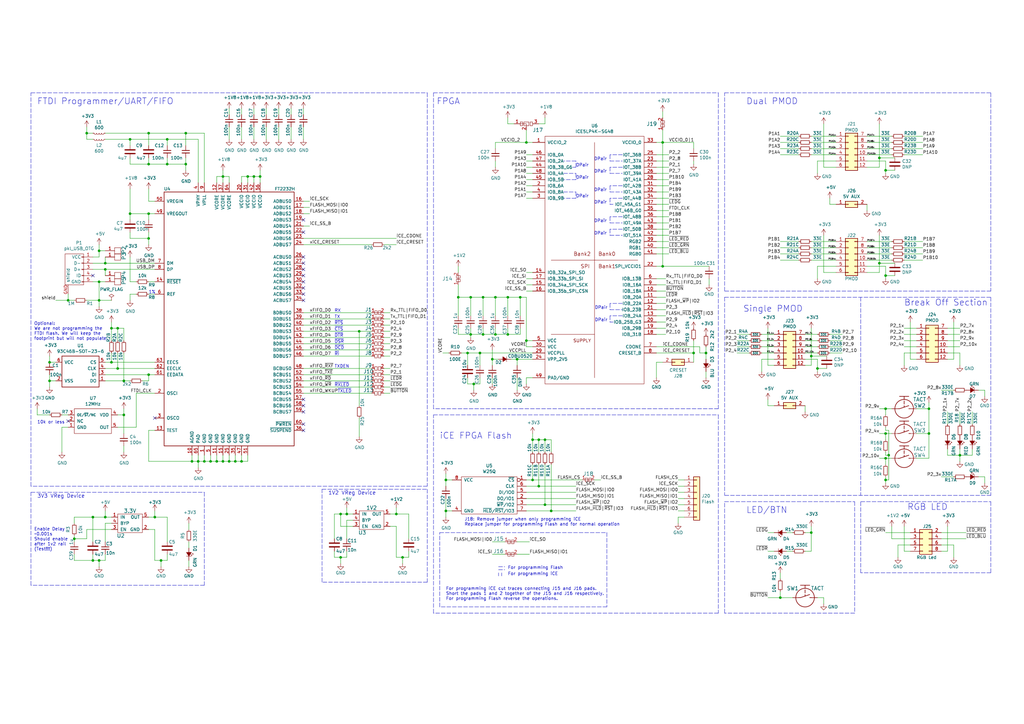
<source format=kicad_sch>
(kicad_sch (version 20231120) (generator "eeschema") (generator_version "8.0")
  (paper "A3")
  (title_block (title "icebreaker") (rev "V1.0b") (company "1BitSquared") (comment 1 "2018 (C) 1BitSquared <info@1bitsquared.com>") (comment 2 "2018 (C) Piotr Esden-Tempski <piotr@esden.net>") (comment 3 "License: CC-BY-SA V4.0"))
  (junction (at 48.26 134.62))
  (junction (at 213.36 121.92))
  (junction (at 215.9 58.42))
  (junction (at 182.88 196.85))
  (junction (at 53.34 87.63))
  (junction (at 198.12 121.92))
  (junction (at 193.04 137.16))
  (junction (at 364.49 186.69))
  (junction (at 83.82 189.23))
  (junction (at 60.96 67.31))
  (junction (at 182.88 209.55))
  (junction (at 20.32 156.21))
  (junction (at 48.26 151.13))
  (junction (at 198.12 137.16))
  (junction (at 38.1 212.09))
  (junction (at 106.68 72.39))
  (junction (at 139.7 210.82))
  (junction (at 203.2 137.16))
  (junction (at 30.48 220.98))
  (junction (at 284.48 144.78))
  (junction (at 147.32 135.89))
  (junction (at 96.52 189.23))
  (junction (at 60.96 97.79))
  (junction (at 360.68 107.95))
  (junction (at 88.9 189.23))
  (junction (at 363.22 187.96))
  (junction (at 208.28 137.16))
  (junction (at 91.44 72.39))
  (junction (at 193.04 121.92))
  (junction (at 196.85 144.78))
  (junction (at 212.09 147.32))
  (junction (at 208.28 121.92))
  (junction (at 45.72 148.59))
  (junction (at 187.96 121.92))
  (junction (at 43.18 212.09))
  (junction (at 60.96 87.63))
  (junction (at 68.58 67.31))
  (junction (at 91.44 189.23))
  (junction (at 218.44 180.34))
  (junction (at 381 177.8))
  (junction (at 78.74 189.23))
  (junction (at 40.64 115.57))
  (junction (at 99.06 189.23))
  (junction (at 104.14 72.39))
  (junction (at 363.22 196.85))
  (junction (at 43.18 110.49))
  (junction (at 68.58 57.15))
  (junction (at 40.64 123.19))
  (junction (at 271.78 109.22))
  (junction (at 223.52 207.01))
  (junction (at 335.28 151.13))
  (junction (at 218.44 196.85))
  (junction (at 220.98 180.34))
  (junction (at 332.74 146.05))
  (junction (at 162.56 210.82))
  (junction (at 360.68 64.77))
  (junction (at 220.98 199.39))
  (junction (at 194.31 157.48))
  (junction (at 20.32 148.59))
  (junction (at 45.72 134.62))
  (junction (at 35.56 54.61))
  (junction (at 201.93 147.32))
  (junction (at 139.7 228.6))
  (junction (at 215.9 139.7))
  (junction (at 332.74 218.44))
  (junction (at 76.2 54.61))
  (junction (at 60.96 153.67))
  (junction (at 66.04 229.87))
  (junction (at 76.2 67.31))
  (junction (at 40.64 102.87))
  (junction (at 101.6 72.39))
  (junction (at 38.1 229.87))
  (junction (at 381 167.64))
  (junction (at 50.8 156.21))
  (junction (at 226.06 209.55))
  (junction (at 43.18 107.95))
  (junction (at 363.22 167.64))
  (junction (at 363.22 69.85))
  (junction (at 142.24 210.82))
  (junction (at 60.96 54.61))
  (junction (at 320.04 245.11))
  (junction (at 86.36 189.23))
  (junction (at 165.1 228.6))
  (junction (at 27.94 123.19))
  (junction (at 363.22 113.03))
  (junction (at 63.5 212.09))
  (junction (at 191.77 144.78))
  (junction (at 50.8 170.18))
  (junction (at 81.28 189.23))
  (junction (at 203.2 121.92))
  (junction (at 223.52 180.34))
  (junction (at 393.7 186.69))
  (junction (at 363.22 177.8))
  (junction (at 271.78 58.42))
  (junction (at 53.34 57.15))
  (junction (at 93.98 189.23))
  (junction (at 40.64 229.87))
  (junction (at 289.56 144.78))
  (no_connect (at 124.46 118.11))
  (no_connect (at 124.46 173.99))
  (no_connect (at 38.1 113.03))
  (no_connect (at 124.46 105.41))
  (no_connect (at 124.46 115.57))
  (no_connect (at 124.46 113.03))
  (no_connect (at 63.5 171.45))
  (no_connect (at 124.46 90.17))
  (no_connect (at 124.46 166.37))
  (no_connect (at 124.46 176.53))
  (no_connect (at 124.46 107.95))
  (no_connect (at 124.46 123.19))
  (no_connect (at 124.46 163.83))
  (no_connect (at 124.46 168.91))
  (no_connect (at 124.46 110.49))
  (no_connect (at 27.94 172.72))
  (no_connect (at 124.46 95.25))
  (no_connect (at 124.46 120.65))
  (wire (pts (xy 360.68 64.77) (xy 360.68 50.8)))
  (wire (pts (xy 218.44 177.8) (xy 218.44 180.34)))
  (wire (pts (xy 157.48 156.21) (xy 160.02 156.21)))
  (wire (pts (xy 269.24 81.28) (xy 274.32 81.28)))
  (wire (pts (xy 124.46 146.05) (xy 152.4 146.05)))
  (wire (pts (xy 278.13 209.55) (xy 280.67 209.55)))
  (wire (pts (xy 218.44 76.2) (xy 215.9 76.2)))
  (polyline (pts (xy 250.19 63.5) (xy 250.19 66.04)) (stroke (width 0) (type dash)))
  (polyline (pts (xy 12.7 240.03) (xy 12.7 201.93)) (stroke (width 0) (type dash)))
  (wire (pts (xy 27.94 120.65) (xy 27.94 123.19)))
  (wire (pts (xy 226.06 209.55) (xy 226.06 190.5)))
  (wire (pts (xy 327.66 55.88) (xy 320.04 55.88)))
  (wire (pts (xy 355.6 99.06) (xy 365.76 99.06)))
  (wire (pts (xy 284.48 144.78) (xy 284.48 139.7)))
  (wire (pts (xy 335.28 66.04) (xy 335.28 71.12)))
  (wire (pts (xy 215.9 199.39) (xy 220.98 199.39)))
  (wire (pts (xy 307.34 139.7) (xy 302.26 139.7)))
  (wire (pts (xy 208.28 121.92) (xy 208.28 129.54)))
  (polyline (pts (xy 250.19 88.9) (xy 250.19 91.44)) (stroke (width 0) (type dash)))
  (wire (pts (xy 66.04 229.87) (xy 66.04 232.41)))
  (wire (pts (xy 43.18 214.63) (xy 43.18 222.25)))
  (wire (pts (xy 182.88 196.85) (xy 182.88 194.31)))
  (wire (pts (xy 189.23 144.78) (xy 191.77 144.78)))
  (wire (pts (xy 76.2 67.31) (xy 76.2 64.77)))
  (polyline (pts (xy 234.95 68.58) (xy 236.22 68.58)) (stroke (width 0) (type dash)))
  (wire (pts (xy 280.67 196.85) (xy 278.13 196.85)))
  (wire (pts (xy 342.9 68.58) (xy 337.82 68.58)))
  (wire (pts (xy 63.5 120.65) (xy 60.96 120.65)))
  (wire (pts (xy 208.28 121.92) (xy 203.2 121.92)))
  (wire (pts (xy 50.8 170.18) (xy 50.8 167.64)))
  (wire (pts (xy 78.74 189.23) (xy 81.28 189.23)))
  (wire (pts (xy 269.24 63.5) (xy 274.32 63.5)))
  (wire (pts (xy 398.78 173.99) (xy 398.78 168.91)))
  (wire (pts (xy 363.22 186.69) (xy 364.49 186.69)))
  (wire (pts (xy 269.24 134.62) (xy 273.05 134.62)))
  (wire (pts (xy 106.68 72.39) (xy 106.68 74.93)))
  (wire (pts (xy 269.24 96.52) (xy 274.32 96.52)))
  (polyline (pts (xy 12.7 199.39) (xy 12.7 38.1)) (stroke (width 0) (type dash)))
  (wire (pts (xy 93.98 189.23) (xy 96.52 189.23)))
  (wire (pts (xy 337.82 111.76) (xy 337.82 96.52)))
  (wire (pts (xy 212.09 147.32) (xy 218.44 147.32)))
  (wire (pts (xy 398.78 186.69) (xy 398.78 184.15)))
  (wire (pts (xy 370.84 55.88) (xy 378.46 55.88)))
  (polyline (pts (xy 236.22 66.04) (xy 231.14 66.04)) (stroke (width 0) (type dash)))
  (wire (pts (xy 218.44 73.66) (xy 215.9 73.66)))
  (wire (pts (xy 48.26 170.18) (xy 50.8 170.18)))
  (wire (pts (xy 218.44 114.3) (xy 215.9 114.3)))
  (wire (pts (xy 157.48 100.33) (xy 162.56 100.33)))
  (wire (pts (xy 218.44 119.38) (xy 215.9 119.38)))
  (wire (pts (xy 45.72 132.08) (xy 45.72 134.62)))
  (wire (pts (xy 50.8 144.78) (xy 50.8 156.21)))
  (polyline (pts (xy 236.22 78.74) (xy 236.22 81.28)) (stroke (width 0) (type dash)))
  (wire (pts (xy 280.67 212.09) (xy 278.13 212.09)))
  (wire (pts (xy 30.48 212.09) (xy 38.1 212.09)))
  (wire (pts (xy 215.9 207.01) (xy 223.52 207.01)))
  (wire (pts (xy 360.68 68.58) (xy 360.68 64.77)))
  (wire (pts (xy 203.2 121.92) (xy 198.12 121.92)))
  (wire (pts (xy 20.32 153.67) (xy 20.32 156.21)))
  (wire (pts (xy 53.34 57.15) (xy 53.34 59.69)))
  (wire (pts (xy 364.49 176.53) (xy 364.49 186.69)))
  (wire (pts (xy 60.96 176.53) (xy 60.96 189.23)))
  (wire (pts (xy 360.68 107.95) (xy 367.03 107.95)))
  (wire (pts (xy 124.46 100.33) (xy 152.4 100.33)))
  (wire (pts (xy 187.96 121.92) (xy 187.96 129.54)))
  (wire (pts (xy 43.18 115.57) (xy 40.64 115.57)))
  (polyline (pts (xy 406.4 119.38) (xy 297.18 119.38)) (stroke (width 0) (type dash)))
  (wire (pts (xy 181.61 144.78) (xy 184.15 144.78)))
  (wire (pts (xy 38.1 105.41) (xy 40.64 105.41)))
  (wire (pts (xy 312.42 147.32) (xy 317.5 147.32)))
  (wire (pts (xy 182.88 204.47) (xy 182.88 209.55)))
  (wire (pts (xy 124.46 138.43) (xy 152.4 138.43)))
  (wire (pts (xy 363.22 167.64) (xy 363.22 170.18)))
  (polyline (pts (xy 250.19 127) (xy 255.27 127)) (stroke (width 0) (type dash)))
  (wire (pts (xy 124.46 97.79) (xy 162.56 97.79)))
  (wire (pts (xy 335.28 147.32) (xy 335.28 151.13)))
  (wire (pts (xy 386.08 220.98) (xy 396.24 220.98)))
  (polyline (pts (xy 255.27 129.54) (xy 250.19 129.54)) (stroke (width 0) (type dash)))
  (polyline (pts (xy 297.18 251.46) (xy 297.18 205.74)) (stroke (width 0) (type dash)))
  (wire (pts (xy 157.48 161.29) (xy 160.02 161.29)))
  (wire (pts (xy 322.58 218.44) (xy 325.12 218.44)))
  (wire (pts (xy 218.44 66.04) (xy 215.9 66.04)))
  (polyline (pts (xy 255.27 76.2) (xy 250.19 76.2)) (stroke (width 0) (type dash)))
  (wire (pts (xy 363.22 176.53) (xy 364.49 176.53)))
  (wire (pts (xy 363.22 177.8) (xy 365.76 177.8)))
  (wire (pts (xy 81.28 57.15) (xy 81.28 74.93)))
  (polyline (pts (xy 255.27 88.9) (xy 250.19 88.9)) (stroke (width 0) (type dash)))
  (wire (pts (xy 388.62 134.62) (xy 393.7 134.62)))
  (wire (pts (xy 43.18 212.09) (xy 45.72 212.09)))
  (polyline (pts (xy 132.08 238.76) (xy 132.08 200.66)) (stroke (width 0) (type dash)))
  (wire (pts (xy 269.24 119.38) (xy 273.05 119.38)))
  (wire (pts (xy 43.18 105.41) (xy 43.18 107.95)))
  (wire (pts (xy 332.74 149.86) (xy 332.74 146.05)))
  (wire (pts (xy 147.32 171.45) (xy 147.32 179.07)))
  (wire (pts (xy 269.24 86.36) (xy 274.32 86.36)))
  (wire (pts (xy 43.18 102.87) (xy 40.64 102.87)))
  (wire (pts (xy 269.24 104.14) (xy 274.32 104.14)))
  (wire (pts (xy 22.86 148.59) (xy 20.32 148.59)))
  (polyline (pts (xy 231.14 71.12) (xy 236.22 71.12)) (stroke (width 0) (type dash)))
  (wire (pts (xy 375.92 134.62) (xy 370.84 134.62)))
  (wire (pts (xy 269.24 91.44) (xy 274.32 91.44)))
  (wire (pts (xy 209.55 147.32) (xy 212.09 147.32)))
  (wire (pts (xy 269.24 88.9) (xy 274.32 88.9)))
  (wire (pts (xy 213.36 134.62) (xy 213.36 137.16)))
  (polyline (pts (xy 250.19 93.98) (xy 250.19 96.52)) (stroke (width 0) (type dash)))
  (wire (pts (xy 215.9 196.85) (xy 218.44 196.85)))
  (wire (pts (xy 215.9 139.7) (xy 215.9 142.24)))
  (wire (pts (xy 218.44 111.76) (xy 215.9 111.76)))
  (wire (pts (xy 124.46 52.07) (xy 124.46 57.15)))
  (wire (pts (xy 208.28 137.16) (xy 203.2 137.16)))
  (wire (pts (xy 370.84 63.5) (xy 378.46 63.5)))
  (wire (pts (xy 124.46 85.09) (xy 127 85.09)))
  (wire (pts (xy 220.98 180.34) (xy 223.52 180.34)))
  (wire (pts (xy 388.62 142.24) (xy 393.7 142.24)))
  (wire (pts (xy 124.46 156.21) (xy 152.4 156.21)))
  (wire (pts (xy 93.98 52.07) (xy 93.98 57.15)))
  (wire (pts (xy 226.06 209.55) (xy 236.22 209.55)))
  (wire (pts (xy 364.49 196.85) (xy 363.22 196.85)))
  (wire (pts (xy 355.6 101.6) (xy 365.76 101.6)))
  (wire (pts (xy 15.24 170.18) (xy 20.32 170.18)))
  (wire (pts (xy 269.24 142.24) (xy 287.02 142.24)))
  (wire (pts (xy 30.48 227.33) (xy 30.48 229.87)))
  (wire (pts (xy 137.16 226.06) (xy 137.16 228.6)))
  (wire (pts (xy 68.58 64.77) (xy 68.58 67.31)))
  (wire (pts (xy 307.34 142.24) (xy 302.26 142.24)))
  (wire (pts (xy 363.22 177.8) (xy 363.22 180.34)))
  (wire (pts (xy 287.02 142.24) (xy 287.02 144.78)))
  (wire (pts (xy 60.96 90.17) (xy 60.96 87.63)))
  (wire (pts (xy 330.2 147.32) (xy 335.28 147.32)))
  (wire (pts (xy 139.7 228.6) (xy 142.24 228.6)))
  (wire (pts (xy 218.44 190.5) (xy 218.44 196.85)))
  (wire (pts (xy 124.46 158.75) (xy 152.4 158.75)))
  (wire (pts (xy 50.8 182.88) (xy 50.8 185.42)))
  (wire (pts (xy 30.48 220.98) (xy 35.56 220.98)))
  (polyline (pts (xy 175.26 38.1) (xy 175.26 199.39)) (stroke (width 0) (type dash)))
  (wire (pts (xy 106.68 72.39) (xy 106.68 69.85)))
  (wire (pts (xy 342.9 99.06) (xy 332.74 99.06)))
  (wire (pts (xy 342.9 104.14) (xy 332.74 104.14)))
  (wire (pts (xy 162.56 210.82) (xy 167.64 210.82)))
  (polyline (pts (xy 175.26 238.76) (xy 132.08 238.76)) (stroke (width 0) (type dash)))
  (wire (pts (xy 198.12 137.16) (xy 198.12 134.62)))
  (wire (pts (xy 218.44 116.84) (xy 215.9 116.84)))
  (polyline (pts (xy 180.34 248.92) (xy 180.34 218.44)) (stroke (width 0) (type dash)))
  (wire (pts (xy 223.52 207.01) (xy 236.22 207.01)))
  (wire (pts (xy 269.24 73.66) (xy 274.32 73.66)))
  (wire (pts (xy 370.84 215.9) (xy 370.84 226.06)))
  (wire (pts (xy 165.1 228.6) (xy 165.1 231.14)))
  (wire (pts (xy 403.86 195.58) (xy 403.86 198.12)))
  (polyline (pts (xy 177.8 170.18) (xy 294.64 170.18)) (stroke (width 0) (type dash)))
  (wire (pts (xy 317.5 142.24) (xy 312.42 142.24)))
  (wire (pts (xy 218.44 63.5) (xy 215.9 63.5)))
  (polyline (pts (xy 406.4 205.74) (xy 406.4 234.95)) (stroke (width 0) (type dash)))
  (wire (pts (xy 220.98 190.5) (xy 220.98 199.39)))
  (wire (pts (xy 124.46 140.97) (xy 152.4 140.97)))
  (polyline (pts (xy 250.19 129.54) (xy 250.19 132.08)) (stroke (width 0) (type dash)))
  (wire (pts (xy 35.56 54.61) (xy 35.56 57.15)))
  (wire (pts (xy 30.48 220.98) (xy 30.48 222.25)))
  (wire (pts (xy 218.44 71.12) (xy 215.9 71.12)))
  (wire (pts (xy 76.2 54.61) (xy 76.2 59.69)))
  (wire (pts (xy 340.36 144.78) (xy 345.44 144.78)))
  (wire (pts (xy 327.66 106.68) (xy 320.04 106.68)))
  (wire (pts (xy 124.46 130.81) (xy 152.4 130.81)))
  (wire (pts (xy 342.9 66.04) (xy 335.28 66.04)))
  (wire (pts (xy 50.8 134.62) (xy 48.26 134.62)))
  (wire (pts (xy 157.48 140.97) (xy 160.02 140.97)))
  (wire (pts (xy 269.24 132.08) (xy 273.05 132.08)))
  (polyline (pts (xy 175.26 200.66) (xy 175.26 238.76)) (stroke (width 0) (type dash)))
  (wire (pts (xy 307.34 144.78) (xy 302.26 144.78)))
  (wire (pts (xy 269.24 127) (xy 273.05 127)))
  (wire (pts (xy 193.04 137.16) (xy 193.04 138.43)))
  (wire (pts (xy 27.94 170.18) (xy 25.4 170.18)))
  (wire (pts (xy 91.44 72.39) (xy 91.44 69.85)))
  (wire (pts (xy 144.78 213.36) (xy 142.24 213.36)))
  (wire (pts (xy 271.78 53.34) (xy 271.78 58.42)))
  (polyline (pts (xy 294.64 170.18) (xy 294.64 251.46)) (stroke (width 0) (type dash)))
  (wire (pts (xy 330.2 218.44) (xy 332.74 218.44)))
  (wire (pts (xy 142.24 210.82) (xy 142.24 208.28)))
  (wire (pts (xy 35.56 57.15) (xy 38.1 57.15)))
  (wire (pts (xy 363.22 185.42) (xy 363.22 186.69)))
  (wire (pts (xy 187.96 134.62) (xy 187.96 137.16)))
  (wire (pts (xy 203.2 134.62) (xy 203.2 137.16)))
  (polyline (pts (xy 180.34 218.44) (xy 248.92 218.44)) (stroke (width 0) (type dash)))
  (wire (pts (xy 40.64 100.33) (xy 40.64 102.87)))
  (wire (pts (xy 139.7 215.9) (xy 139.7 210.82)))
  (wire (pts (xy 289.56 152.4) (xy 289.56 154.94)))
  (wire (pts (xy 330.2 144.78) (xy 335.28 144.78)))
  (polyline (pts (xy 255.27 63.5) (xy 250.19 63.5)) (stroke (width 0) (type dash)))
  (wire (pts (xy 269.24 129.54) (xy 273.05 129.54)))
  (wire (pts (xy 375.92 142.24) (xy 370.84 142.24)))
  (wire (pts (xy 88.9 189.23) (xy 91.44 189.23)))
  (wire (pts (xy 342.9 106.68) (xy 332.74 106.68)))
  (wire (pts (xy 187.96 137.16) (xy 193.04 137.16)))
  (polyline (pts (xy 297.18 38.1) (xy 406.4 38.1)) (stroke (width 0) (type dash)))
  (wire (pts (xy 269.24 68.58) (xy 274.32 68.58)))
  (wire (pts (xy 50.8 170.18) (xy 50.8 177.8)))
  (wire (pts (xy 314.96 166.37) (xy 314.96 163.83)))
  (wire (pts (xy 330.2 142.24) (xy 335.28 142.24)))
  (wire (pts (xy 269.24 144.78) (xy 284.48 144.78)))
  (polyline (pts (xy 250.19 71.12) (xy 255.27 71.12)) (stroke (width 0) (type dash)))
  (wire (pts (xy 124.46 82.55) (xy 127 82.55)))
  (wire (pts (xy 53.34 115.57) (xy 53.34 105.41)))
  (wire (pts (xy 162.56 228.6) (xy 165.1 228.6)))
  (wire (pts (xy 215.9 121.92) (xy 215.9 139.7)))
  (polyline (pts (xy 294.64 251.46) (xy 177.8 251.46)) (stroke (width 0) (type dash)))
  (wire (pts (xy 203.2 66.04) (xy 203.2 68.58)))
  (wire (pts (xy 187.96 109.22) (xy 187.96 111.76)))
  (wire (pts (xy 157.48 146.05) (xy 160.02 146.05)))
  (wire (pts (xy 330.2 137.16) (xy 335.28 137.16)))
  (wire (pts (xy 271.78 45.72) (xy 271.78 48.26)))
  (wire (pts (xy 137.16 210.82) (xy 139.7 210.82)))
  (wire (pts (xy 99.06 189.23) (xy 101.6 189.23)))
  (wire (pts (xy 48.26 151.13) (xy 63.5 151.13)))
  (wire (pts (xy 88.9 186.69) (xy 88.9 189.23)))
  (polyline (pts (xy 236.22 81.28) (xy 231.14 81.28)) (stroke (width 0) (type dash)))
  (wire (pts (xy 203.2 137.16) (xy 198.12 137.16)))
  (wire (pts (xy 223.52 180.34) (xy 223.52 185.42)))
  (wire (pts (xy 215.9 209.55) (xy 226.06 209.55)))
  (wire (pts (xy 271.78 148.59) (xy 269.24 148.59)))
  (wire (pts (xy 198.12 121.92) (xy 198.12 129.54)))
  (wire (pts (xy 208.28 48.26) (xy 208.28 50.8)))
  (wire (pts (xy 157.48 135.89) (xy 160.02 135.89)))
  (wire (pts (xy 157.48 153.67) (xy 160.02 153.67)))
  (wire (pts (xy 157.48 128.27) (xy 160.02 128.27)))
  (polyline (pts (xy 353.06 205.74) (xy 406.4 205.74)) (stroke (width 0) (type dash)))
  (wire (pts (xy 386.08 218.44) (xy 396.24 218.44)))
  (wire (pts (xy 317.5 149.86) (xy 314.96 149.86)))
  (wire (pts (xy 38.1 107.95) (xy 43.18 107.95)))
  (wire (pts (xy 212.09 154.94) (xy 212.09 160.02)))
  (wire (pts (xy 99.06 44.45) (xy 99.06 46.99)))
  (wire (pts (xy 342.9 60.96) (xy 332.74 60.96)))
  (polyline (pts (xy 236.22 73.66) (xy 231.14 73.66)) (stroke (width 0) (type dash)))
  (wire (pts (xy 53.34 64.77) (xy 53.34 67.31)))
  (wire (pts (xy 137.16 210.82) (xy 137.16 220.98)))
  (wire (pts (xy 142.24 228.6) (xy 142.24 226.06)))
  (wire (pts (xy 20.32 148.59) (xy 20.32 146.05)))
  (wire (pts (xy 160.02 210.82) (xy 162.56 210.82)))
  (polyline (pts (xy 297.18 205.74) (xy 350.52 205.74)) (stroke (width 0) (type dash)))
  (wire (pts (xy 391.16 160.02) (xy 386.08 160.02)))
  (wire (pts (xy 60.96 189.23) (xy 78.74 189.23)))
  (wire (pts (xy 201.93 227.33) (xy 207.01 227.33)))
  (wire (pts (xy 330.2 139.7) (xy 335.28 139.7)))
  (wire (pts (xy 269.24 101.6) (xy 274.32 101.6)))
  (wire (pts (xy 45.72 214.63) (xy 43.18 214.63)))
  (wire (pts (xy 43.18 156.21) (xy 50.8 156.21)))
  (wire (pts (xy 60.96 87.63) (xy 53.34 87.63)))
  (wire (pts (xy 212.09 149.86) (xy 212.09 147.32)))
  (wire (pts (xy 370.84 99.06) (xy 378.46 99.06)))
  (wire (pts (xy 142.24 210.82) (xy 144.78 210.82)))
  (wire (pts (xy 77.47 214.63) (xy 77.47 217.17)))
  (wire (pts (xy 35.56 54.61) (xy 38.1 54.61)))
  (wire (pts (xy 35.56 52.07) (xy 35.56 54.61)))
  (wire (pts (xy 337.82 111.76) (xy 342.9 111.76)))
  (wire (pts (xy 355.6 55.88) (xy 365.76 55.88)))
  (polyline (pts (xy 255.27 81.28) (xy 250.19 81.28)) (stroke (width 0) (type dash)))
  (polyline (pts (xy 250.19 124.46) (xy 250.19 127)) (stroke (width 0) (type dash)))
  (wire (pts (xy 393.7 173.99) (xy 393.7 168.91)))
  (wire (pts (xy 355.6 66.04) (xy 363.22 66.04)))
  (polyline (pts (xy 350.52 205.74) (xy 350.52 251.46)) (stroke (width 0) (type dash)))
  (wire (pts (xy 388.62 186.69) (xy 393.7 186.69)))
  (wire (pts (xy 363.22 109.22) (xy 355.6 109.22)))
  (wire (pts (xy 218.44 68.58) (xy 215.9 68.58)))
  (wire (pts (xy 363.22 113.03) (xy 363.22 114.3)))
  (wire (pts (xy 25.4 175.26) (xy 25.4 185.42)))
  (wire (pts (xy 381 167.64) (xy 381 165.1)))
  (wire (pts (xy 114.3 44.45) (xy 114.3 46.99)))
  (wire (pts (xy 381 177.8) (xy 381 167.64)))
  (wire (pts (xy 355.6 63.5) (xy 365.76 63.5)))
  (wire (pts (xy 363.22 195.58) (xy 363.22 196.85)))
  (wire (pts (xy 218.44 81.28) (xy 215.9 81.28)))
  (wire (pts (xy 91.44 72.39) (xy 93.98 72.39)))
  (wire (pts (xy 193.04 121.92) (xy 193.04 129.54)))
  (polyline (pts (xy 250.19 96.52) (xy 255.27 96.52)) (stroke (width 0) (type dash)))
  (polyline (pts (xy 250.19 81.28) (xy 250.19 83.82)) (stroke (width 0) (type dash)))
  (wire (pts (xy 104.14 72.39) (xy 104.14 74.93)))
  (wire (pts (xy 167.64 228.6) (xy 167.64 226.06)))
  (wire (pts (xy 43.18 110.49) (xy 43.18 113.03)))
  (wire (pts (xy 218.44 144.78) (xy 196.85 144.78)))
  (wire (pts (xy 278.13 204.47) (xy 280.67 204.47)))
  (wire (pts (xy 393.7 144.78) (xy 393.7 149.86)))
  (wire (pts (xy 215.9 201.93) (xy 236.22 201.93)))
  (wire (pts (xy 208.28 134.62) (xy 208.28 137.16)))
  (wire (pts (xy 99.06 186.69) (xy 99.06 189.23)))
  (wire (pts (xy 99.06 74.93) (xy 99.06 72.39)))
  (wire (pts (xy 139.7 228.6) (xy 139.7 231.14)))
  (wire (pts (xy 185.42 196.85) (xy 182.88 196.85)))
  (wire (pts (xy 393.7 186.69) (xy 393.7 189.23)))
  (wire (pts (xy 68.58 67.31) (xy 76.2 67.31)))
  (wire (pts (xy 271.78 109.22) (xy 290.83 109.22)))
  (wire (pts (xy 114.3 52.07) (xy 114.3 57.15)))
  (wire (pts (xy 320.04 237.49) (xy 320.04 234.95)))
  (wire (pts (xy 269.24 83.82) (xy 274.32 83.82)))
  (wire (pts (xy 124.46 151.13) (xy 152.4 151.13)))
  (wire (pts (xy 60.96 82.55) (xy 60.96 77.47)))
  (wire (pts (xy 223.52 207.01) (xy 223.52 190.5)))
  (wire (pts (xy 388.62 173.99) (xy 388.62 168.91)))
  (wire (pts (xy 196.85 157.48) (xy 194.31 157.48)))
  (polyline (pts (xy 248.92 218.44) (xy 248.92 248.92)) (stroke (width 0) (type dash)))
  (wire (pts (xy 48.26 144.78) (xy 48.26 151.13)))
  (wire (pts (xy 60.96 217.17) (xy 63.5 217.17)))
  (wire (pts (xy 212.09 227.33) (xy 217.17 227.33)))
  (wire (pts (xy 198.12 121.92) (xy 193.04 121.92)))
  (wire (pts (xy 314.96 149.86) (xy 314.96 134.62)))
  (polyline (pts (xy 250.19 83.82) (xy 251.46 83.82)) (stroke (width 0) (type dash)))
  (wire (pts (xy 60.96 67.31) (xy 68.58 67.31)))
  (wire (pts (xy 60.96 97.79) (xy 60.96 100.33)))
  (wire (pts (xy 403.86 160.02) (xy 403.86 162.56)))
  (wire (pts (xy 269.24 148.59) (xy 269.24 154.94)))
  (wire (pts (xy 83.82 189.23) (xy 86.36 189.23)))
  (wire (pts (xy 332.74 226.06) (xy 330.2 226.06)))
  (polyline (pts (xy 250.19 66.04) (xy 255.27 66.04)) (stroke (width 0) (type dash)))
  (wire (pts (xy 119.38 44.45) (xy 119.38 46.99)))
  (wire (pts (xy 269.24 124.46) (xy 273.05 124.46)))
  (wire (pts (xy 370.84 101.6) (xy 378.46 101.6)))
  (wire (pts (xy 215.9 204.47) (xy 236.22 204.47)))
  (wire (pts (xy 45.72 144.78) (xy 45.72 148.59)))
  (wire (pts (xy 193.04 137.16) (xy 198.12 137.16)))
  (wire (pts (xy 220.98 50.8) (xy 223.52 50.8)))
  (wire (pts (xy 53.34 67.31) (xy 60.96 67.31)))
  (wire (pts (xy 218.44 142.24) (xy 215.9 142.24)))
  (wire (pts (xy 365.76 220.98) (xy 373.38 220.98)))
  (wire (pts (xy 93.98 72.39) (xy 93.98 74.93)))
  (wire (pts (xy 124.46 44.45) (xy 124.46 46.99)))
  (wire (pts (xy 43.18 148.59) (xy 45.72 148.59)))
  (wire (pts (xy 220.98 180.34) (xy 220.98 185.42)))
  (wire (pts (xy 375.92 137.16) (xy 370.84 137.16)))
  (wire (pts (xy 363.22 175.26) (xy 363.22 176.53)))
  (wire (pts (xy 386.08 223.52) (xy 391.16 223.52)))
  (wire (pts (xy 63.5 176.53) (xy 60.96 176.53)))
  (wire (pts (xy 375.92 144.78) (xy 370.84 144.78)))
  (wire (pts (xy 201.93 147.32) (xy 201.93 149.86)))
  (wire (pts (xy 86.36 186.69) (xy 86.36 189.23)))
  (wire (pts (xy 332.74 215.9) (xy 332.74 218.44)))
  (wire (pts (xy 137.16 228.6) (xy 139.7 228.6)))
  (wire (pts (xy 91.44 189.23) (xy 93.98 189.23)))
  (wire (pts (xy 269.24 114.3) (xy 273.05 114.3)))
  (wire (pts (xy 60.96 64.77) (xy 60.96 67.31)))
  (wire (pts (xy 213.36 121.92) (xy 213.36 129.54)))
  (wire (pts (xy 391.16 195.58) (xy 386.08 195.58)))
  (wire (pts (xy 40.64 115.57) (xy 40.64 123.19)))
  (wire (pts (xy 43.18 54.61) (xy 60.96 54.61)))
  (polyline (pts (xy 353.06 234.95) (xy 353.06 205.74)) (stroke (width 0) (type dash)))
  (wire (pts (xy 144.78 215.9) (xy 139.7 215.9)))
  (wire (pts (xy 43.18 57.15) (xy 53.34 57.15)))
  (wire (pts (xy 124.46 143.51) (xy 152.4 143.51)))
  (polyline (pts (xy 248.92 248.92) (xy 180.34 248.92)) (stroke (width 0) (type dash)))
  (wire (pts (xy 215.9 154.94) (xy 215.9 157.48)))
  (wire (pts (xy 53.34 87.63) (xy 53.34 77.47)))
  (wire (pts (xy 325.12 245.11) (xy 320.04 245.11)))
  (wire (pts (xy 322.58 226.06) (xy 325.12 226.06)))
  (wire (pts (xy 363.22 113.03) (xy 367.03 113.03)))
  (wire (pts (xy 388.62 144.78) (xy 393.7 144.78)))
  (wire (pts (xy 284.48 148.59) (xy 284.48 144.78)))
  (wire (pts (xy 375.92 139.7) (xy 370.84 139.7)))
  (wire (pts (xy 101.6 72.39) (xy 101.6 74.93)))
  (wire (pts (xy 218.44 78.74) (xy 215.9 78.74)))
  (wire (pts (xy 317.5 226.06) (xy 314.96 226.06)))
  (wire (pts (xy 63.5 87.63) (xy 60.96 87.63)))
  (wire (pts (xy 218.44 58.42) (xy 215.9 58.42)))
  (wire (pts (xy 335.28 109.22) (xy 342.9 109.22)))
  (wire (pts (xy 289.56 142.24) (xy 289.56 144.78)))
  (wire (pts (xy 27.94 123.19) (xy 22.86 123.19)))
  (wire (pts (xy 327.66 58.42) (xy 320.04 58.42)))
  (wire (pts (xy 330.2 149.86) (xy 332.74 149.86)))
  (wire (pts (xy 104.14 44.45) (xy 104.14 46.99)))
  (wire (pts (xy 312.42 152.4) (xy 312.42 147.32)))
  (wire (pts (xy 269.24 58.42) (xy 271.78 58.42)))
  (wire (pts (xy 317.5 166.37) (xy 314.96 166.37)))
  (wire (pts (xy 363.22 69.85) (xy 363.22 71.12)))
  (wire (pts (xy 185.42 209.55) (xy 182.88 209.55)))
  (wire (pts (xy 327.66 101.6) (xy 320.04 101.6)))
  (wire (pts (xy 363.22 167.64) (xy 365.76 167.64)))
  (wire (pts (xy 66.04 229.87) (xy 68.58 229.87)))
  (wire (pts (xy 50.8 156.21) (xy 53.34 156.21)))
  (wire (pts (xy 317.5 139.7) (xy 312.42 139.7)))
  (wire (pts (xy 218.44 185.42) (xy 218.44 180.34)))
  (wire (pts (xy 327.66 104.14) (xy 320.04 104.14)))
  (wire (pts (xy 43.18 110.49) (xy 63.5 110.49)))
  (wire (pts (xy 191.77 144.78) (xy 196.85 144.78)))
  (polyline (pts (xy 350.52 251.46) (xy 297.18 251.46)) (stroke (width 0) (type dash)))
  (polyline (pts (xy 406.4 121.92) (xy 406.4 203.2)) (stroke (width 0) (type dash)))
  (wire (pts (xy 401.32 195.58) (xy 403.86 195.58)))
  (wire (pts (xy 340.36 142.24) (xy 345.44 142.24)))
  (wire (pts (xy 368.3 228.6) (xy 368.3 223.52)))
  (wire (pts (xy 167.64 210.82) (xy 167.64 220.98)))
  (wire (pts (xy 269.24 137.16) (xy 273.05 137.16)))
  (wire (pts (xy 388.62 184.15) (xy 388.62 186.69)))
  (wire (pts (xy 332.74 226.06) (xy 332.74 218.44)))
  (wire (pts (xy 317.5 137.16) (xy 312.42 137.16)))
  (wire (pts (xy 48.26 134.62) (xy 48.26 139.7)))
  (wire (pts (xy 317.5 218.44) (xy 314.96 218.44)))
  (wire (pts (xy 45.72 148.59) (xy 63.5 148.59)))
  (polyline (pts (xy 236.22 68.58) (xy 236.22 66.04)) (stroke (width 0) (type dash)))
  (wire (pts (xy 193.04 134.62) (xy 193.04 137.16)))
  (wire (pts (xy 327.66 63.5) (xy 320.04 63.5)))
  (wire (pts (xy 55.88 115.57) (xy 53.34 115.57)))
  (polyline (pts (xy 12.7 201.93) (xy 83.82 201.93)) (stroke (width 0) (type dash)))
  (wire (pts (xy 327.66 60.96) (xy 320.04 60.96)))
  (wire (pts (xy 363.22 69.85) (xy 367.03 69.85)))
  (wire (pts (xy 196.85 154.94) (xy 196.85 157.48)))
  (wire (pts (xy 160.02 215.9) (xy 162.56 215.9)))
  (polyline (pts (xy 294.64 38.1) (xy 294.64 167.64)) (stroke (width 0) (type dash)))
  (wire (pts (xy 124.46 92.71) (xy 127 92.71)))
  (wire (pts (xy 271.78 58.42) (xy 284.48 58.42)))
  (wire (pts (xy 77.47 222.25) (xy 77.47 224.79)))
  (wire (pts (xy 223.52 50.8) (xy 223.52 48.26)))
  (wire (pts (xy 63.5 82.55) (xy 60.96 82.55)))
  (wire (pts (xy 204.47 147.32) (xy 201.93 147.32)))
  (polyline (pts (xy 177.8 167.64) (xy 177.8 38.1)) (stroke (width 0) (type dash)))
  (wire (pts (xy 68.58 229.87) (xy 68.58 227.33)))
  (wire (pts (xy 109.22 44.45) (xy 109.22 46.99)))
  (wire (pts (xy 320.04 242.57) (xy 320.04 245.11)))
  (wire (pts (xy 337.82 68.58) (xy 337.82 50.8)))
  (wire (pts (xy 38.1 227.33) (xy 38.1 229.87)))
  (wire (pts (xy 68.58 57.15) (xy 68.58 59.69)))
  (wire (pts (xy 193.04 121.92) (xy 187.96 121.92)))
  (wire (pts (xy 391.16 223.52) (xy 391.16 228.6)))
  (polyline (pts (xy 12.7 38.1) (xy 175.26 38.1)) (stroke (width 0) (type dash)))
  (wire (pts (xy 355.6 104.14) (xy 365.76 104.14)))
  (wire (pts (xy 187.96 116.84) (xy 187.96 121.92)))
  (wire (pts (xy 30.48 229.87) (xy 38.1 229.87)))
  (wire (pts (xy 340.36 139.7) (xy 345.44 139.7)))
  (wire (pts (xy 157.48 158.75) (xy 160.02 158.75)))
  (wire (pts (xy 342.9 63.5) (xy 332.74 63.5)))
  (wire (pts (xy 201.93 154.94) (xy 201.93 157.48)))
  (wire (pts (xy 388.62 147.32) (xy 391.16 147.32)))
  (wire (pts (xy 370.84 58.42) (xy 378.46 58.42)))
  (polyline (pts (xy 255.27 124.46) (xy 250.19 124.46)) (stroke (width 0) (type dash)))
  (wire (pts (xy 289.56 144.78) (xy 289.56 147.32)))
  (wire (pts (xy 86.36 189.23) (xy 88.9 189.23)))
  (wire (pts (xy 40.64 229.87) (xy 43.18 229.87)))
  (wire (pts (xy 38.1 115.57) (xy 40.64 115.57)))
  (wire (pts (xy 330.2 166.37) (xy 330.2 168.91)))
  (wire (pts (xy 81.28 189.23) (xy 81.28 191.77)))
  (wire (pts (xy 215.9 53.34) (xy 215.9 58.42)))
  (wire (pts (xy 307.34 137.16) (xy 302.26 137.16)))
  (wire (pts (xy 93.98 186.69) (xy 93.98 189.23)))
  (wire (pts (xy 43.18 107.95) (xy 63.5 107.95)))
  (wire (pts (xy 360.68 167.64) (xy 363.22 167.64)))
  (wire (pts (xy 91.44 186.69) (xy 91.44 189.23)))
  (polyline (pts (xy 175.26 199.39) (xy 12.7 199.39)) (stroke (width 0) (type dash)))
  (wire (pts (xy 290.83 114.3) (xy 290.83 116.84)))
  (wire (pts (xy 48.26 134.62) (xy 45.72 134.62)))
  (wire (pts (xy 373.38 218.44) (xy 363.22 218.44)))
  (wire (pts (xy 355.6 83.82) (xy 355.6 86.36)))
  (wire (pts (xy 335.28 245.11) (xy 337.82 245.11)))
  (wire (pts (xy 342.9 101.6) (xy 332.74 101.6)))
  (wire (pts (xy 360.68 107.95) (xy 360.68 96.52)))
  (wire (pts (xy 269.24 76.2) (xy 274.32 76.2)))
  (polyline (pts (xy 353.06 121.92) (xy 353.06 203.2)) (stroke (width 0) (type dash)))
  (wire (pts (xy 278.13 199.39) (xy 280.67 199.39)))
  (wire (pts (xy 375.92 167.64) (xy 381 167.64)))
  (wire (pts (xy 157.48 133.35) (xy 160.02 133.35)))
  (wire (pts (xy 340.36 83.82) (xy 340.36 81.28)))
  (wire (pts (xy 63.5 217.17) (xy 63.5 229.87)))
  (polyline (pts (xy 250.19 68.58) (xy 250.19 71.12)) (stroke (width 0) (type dash)))
  (wire (pts (xy 182.88 196.85) (xy 182.88 199.39)))
  (wire (pts (xy 68.58 212.09) (xy 68.58 222.25)))
  (polyline (pts (xy 250.19 78.74) (xy 255.27 78.74)) (stroke (width 0) (type dash)))
  (wire (pts (xy 364.49 186.69) (xy 364.49 196.85)))
  (wire (pts (xy 96.52 189.23) (xy 99.06 189.23)))
  (wire (pts (xy 43.18 151.13) (xy 48.26 151.13)))
  (wire (pts (xy 213.36 137.16) (xy 208.28 137.16)))
  (wire (pts (xy 147.32 135.89) (xy 152.4 135.89)))
  (polyline (pts (xy 297.18 121.92) (xy 406.4 121.92)) (stroke (width 0) (type dash)))
  (wire (pts (xy 60.96 156.21) (xy 60.96 153.67)))
  (wire (pts (xy 124.46 153.67) (xy 152.4 153.67)))
  (polyline (pts (xy 294.64 167.64) (xy 177.8 167.64)) (stroke (width 0) (type dash)))
  (wire (pts (xy 355.6 106.68) (xy 365.76 106.68)))
  (wire (pts (xy 55.88 175.26) (xy 55.88 161.29)))
  (wire (pts (xy 101.6 72.39) (xy 104.14 72.39)))
  (wire (pts (xy 109.22 52.07) (xy 109.22 57.15)))
  (polyline (pts (xy 297.18 121.92) (xy 297.18 203.2)) (stroke (width 0) (type dash)))
  (wire (pts (xy 27.94 123.19) (xy 30.48 123.19)))
  (wire (pts (xy 360.68 177.8) (xy 363.22 177.8)))
  (wire (pts (xy 375.92 177.8) (xy 381 177.8)))
  (wire (pts (xy 340.36 137.16) (xy 345.44 137.16)))
  (wire (pts (xy 208.28 50.8) (xy 210.82 50.8)))
  (wire (pts (xy 124.46 128.27) (xy 152.4 128.27)))
  (wire (pts (xy 30.48 214.63) (xy 30.48 212.09)))
  (wire (pts (xy 342.9 58.42) (xy 332.74 58.42)))
  (wire (pts (xy 360.68 64.77) (xy 367.03 64.77)))
  (wire (pts (xy 162.56 215.9) (xy 162.56 228.6)))
  (wire (pts (xy 363.22 187.96) (xy 365.76 187.96)))
  (polyline (pts (xy 205.74 234.95) (xy 205.74 236.22)) (stroke (width 0) (type dash)))
  (wire (pts (xy 15.24 167.64) (xy 15.24 170.18)))
  (wire (pts (xy 60.96 212.09) (xy 63.5 212.09)))
  (wire (pts (xy 55.88 161.29) (xy 63.5 161.29)))
  (wire (pts (xy 215.9 121.92) (xy 213.36 121.92)))
  (polyline (pts (xy 83.82 240.03) (xy 12.7 240.03)) (stroke (width 0) (type dash)))
  (wire (pts (xy 58.42 156.21) (xy 60.96 156.21)))
  (wire (pts (xy 370.84 60.96) (xy 378.46 60.96)))
  (wire (pts (xy 269.24 71.12) (xy 274.32 71.12)))
  (wire (pts (xy 76.2 67.31) (xy 76.2 69.85)))
  (wire (pts (xy 393.7 186.69) (xy 398.78 186.69)))
  (wire (pts (xy 165.1 228.6) (xy 167.64 228.6)))
  (wire (pts (xy 368.3 223.52) (xy 373.38 223.52)))
  (wire (pts (xy 218.44 139.7) (xy 215.9 139.7)))
  (wire (pts (xy 335.28 114.3) (xy 335.28 109.22)))
  (wire (pts (xy 40.64 102.87) (xy 40.64 105.41)))
  (polyline (pts (xy 255.27 93.98) (xy 250.19 93.98)) (stroke (width 0) (type dash)))
  (wire (pts (xy 284.48 66.04) (xy 284.48 67.31)))
  (wire (pts (xy 203.2 121.92) (xy 203.2 129.54)))
  (polyline (pts (xy 83.82 201.93) (xy 83.82 240.03)) (stroke (width 0) (type dash)))
  (wire (pts (xy 30.48 219.71) (xy 30.48 220.98)))
  (wire (pts (xy 60.96 54.61) (xy 60.96 59.69)))
  (wire (pts (xy 81.28 186.69) (xy 81.28 189.23)))
  (polyline (pts (xy 177.8 251.46) (xy 177.8 170.18)) (stroke (width 0) (type dash)))
  (wire (pts (xy 194.31 157.48) (xy 191.77 157.48)))
  (wire (pts (xy 226.06 180.34) (xy 226.06 185.42)))
  (wire (pts (xy 203.2 58.42) (xy 203.2 60.96)))
  (wire (pts (xy 355.6 60.96) (xy 365.76 60.96)))
  (wire (pts (xy 76.2 54.61) (xy 83.82 54.61)))
  (wire (pts (xy 124.46 133.35) (xy 152.4 133.35)))
  (wire (pts (xy 20.32 156.21) (xy 20.32 158.75)))
  (wire (pts (xy 278.13 207.01) (xy 280.67 207.01)))
  (wire (pts (xy 317.5 144.78) (xy 312.42 144.78)))
  (wire (pts (xy 269.24 116.84) (xy 273.05 116.84)))
  (wire (pts (xy 335.28 151.13) (xy 339.09 151.13)))
  (wire (pts (xy 335.28 151.13) (xy 335.28 152.4)))
  (wire (pts (xy 78.74 186.69) (xy 78.74 189.23)))
  (wire (pts (xy 40.64 229.87) (xy 40.64 232.41)))
  (polyline (pts (xy 132.08 200.66) (xy 175.26 200.66)) (stroke (width 0) (type dash)))
  (wire (pts (xy 139.7 210.82) (xy 142.24 210.82)))
  (wire (pts (xy 35.56 220.98) (xy 35.56 217.17)))
  (wire (pts (xy 363.22 109.22) (xy 363.22 113.03)))
  (wire (pts (xy 27.94 175.26) (xy 25.4 175.26)))
  (wire (pts (xy 215.9 58.42) (xy 203.2 58.42)))
  (wire (pts (xy 147.32 166.37) (xy 147.32 135.89)))
  (polyline (pts (xy 204.47 232.41) (xy 207.01 232.41)) (stroke (width 0) (type dash)))
  (wire (pts (xy 53.34 90.17) (xy 53.34 87.63)))
  (wire (pts (xy 83.82 186.69) (xy 83.82 189.23)))
  (wire (pts (xy 342.9 55.88) (xy 332.74 55.88)))
  (wire (pts (xy 93.98 44.45) (xy 93.98 46.99)))
  (wire (pts (xy 386.08 226.06) (xy 388.62 226.06)))
  (wire (pts (xy 22.86 156.21) (xy 20.32 156.21)))
  (wire (pts (xy 355.6 68.58) (xy 360.68 68.58)))
  (wire (pts (xy 35.56 123.19) (xy 40.64 123.19)))
  (polyline (pts (xy 297.18 119.38) (xy 297.18 38.1)) (stroke (width 0) (type dash)))
  (wire (pts (xy 88.9 72.39) (xy 91.44 72.39)))
  (wire (pts (xy 157.48 151.13) (xy 160.02 151.13)))
  (polyline (pts (xy 204.47 234.95) (xy 204.47 236.22)) (stroke (width 0) (type dash)))
  (wire (pts (xy 40.64 123.19) (xy 45.72 123.19)))
  (wire (pts (xy 269.24 78.74) (xy 274.32 78.74)))
  (polyline (pts (xy 250.19 91.44) (xy 255.27 91.44)) (stroke (width 0) (type dash)))
  (wire (pts (xy 365.76 215.9) (xy 365.76 220.98)))
  (polyline (pts (xy 406.4 234.95) (xy 353.06 234.95)) (stroke (width 0) (type dash)))
  (wire (pts (xy 278.13 201.93) (xy 280.67 201.93)))
  (wire (pts (xy 287.02 144.78) (xy 289.56 144.78)))
  (wire (pts (xy 60.96 153.67) (xy 63.5 153.67)))
  (wire (pts (xy 370.84 106.68) (xy 378.46 106.68)))
  (wire (pts (xy 271.78 58.42) (xy 271.78 109.22)))
  (wire (pts (xy 77.47 229.87) (xy 77.47 232.41)))
  (polyline (pts (xy 177.8 38.1) (xy 294.64 38.1)) (stroke (width 0) (type dash)))
  (wire (pts (xy 388.62 139.7) (xy 393.7 139.7)))
  (wire (pts (xy 370.84 144.78) (xy 370.84 149.86)))
  (wire (pts (xy 157.48 130.81) (xy 160.02 130.81)))
  (wire (pts (xy 373.38 147.32) (xy 373.38 132.08)))
  (wire (pts (xy 124.46 87.63) (xy 127 87.63)))
  (wire (pts (xy 194.31 157.48) (xy 194.31 160.02)))
  (wire (pts (xy 63.5 229.87) (xy 66.04 229.87)))
  (wire (pts (xy 191.77 149.86) (xy 191.77 144.78)))
  (polyline (pts (xy 406.4 38.1) (xy 406.4 119.38)) (stroke (width 0) (type dash)))
  (wire (pts (xy 162.56 210.82) (xy 162.56 208.28)))
  (wire (pts (xy 53.34 120.65) (xy 53.34 123.19)))
  (wire (pts (xy 218.44 180.34) (xy 220.98 180.34)))
  (wire (pts (xy 375.92 187.96) (xy 381 187.96)))
  (wire (pts (xy 401.32 160.02) (xy 403.86 160.02)))
  (wire (pts (xy 381 187.96) (xy 381 177.8)))
  (wire (pts (xy 99.06 52.07) (xy 99.06 57.15)))
  (wire (pts (xy 96.52 186.69) (xy 96.52 189.23)))
  (wire (pts (xy 284.48 58.42) (xy 284.48 60.96)))
  (wire (pts (xy 45.72 134.62) (xy 45.72 139.7)))
  (wire (pts (xy 38.1 229.87) (xy 40.64 229.87)))
  (wire (pts (xy 332.74 146.05) (xy 332.74 134.62)))
  (wire (pts (xy 40.64 123.19) (xy 40.64 125.73)))
  (wire (pts (xy 320.04 245.11) (xy 314.96 245.11)))
  (wire (pts (xy 278.13 212.09) (xy 278.13 214.63)))
  (wire (pts (xy 81.28 189.23) (xy 83.82 189.23)))
  (wire (pts (xy 53.34 97.79) (xy 60.96 97.79)))
  (wire (pts (xy 83.82 54.61) (xy 83.82 74.93)))
  (wire (pts (xy 60.96 97.79) (xy 60.96 95.25)))
  (wire (pts (xy 201.93 147.32) (xy 201.93 143.51)))
  (wire (pts (xy 375.92 147.32) (xy 373.38 147.32)))
  (wire (pts (xy 269.24 99.06) (xy 274.32 99.06)))
  (wire (pts (xy 99.06 72.39) (xy 101.6 72.39)))
  (wire (pts (xy 53.34 95.25) (xy 53.34 97.79)))
  (wire (pts (xy 68.58 57.15) (xy 81.28 57.15)))
  (wire (pts (xy 124.46 161.29) (xy 152.4 161.29)))
  (wire (pts (xy 157.48 143.51) (xy 160.02 143.51)))
  (wire (pts (xy 119.38 52.07) (xy 119.38 57.15)))
  (wire (pts (xy 104.14 52.07) (xy 104.14 57.15)))
  (polyline (pts (xy 406.4 203.2) (xy 297.18 203.2)) (stroke (width 0) (type dash)))
  (wire (pts (xy 43.18 229.87) (xy 43.18 227.33)))
  (wire (pts (xy 360.68 187.96) (xy 363.22 187.96)))
  (wire (pts (xy 269.24 93.98) (xy 274.32 93.98)))
  (wire (pts (xy 337.82 245.11) (xy 337.82 247.65)))
  (wire (pts (xy 104.14 72.39) (xy 106.68 72.39)))
  (wire (pts (xy 63.5 212.09) (xy 63.5 209.55)))
  (wire (pts (xy 43.18 153.67) (xy 60.96 153.67)))
  (wire (pts (xy 182.88 209.55) (xy 182.88 212.09)))
  (wire (pts (xy 101.6 189.23) (xy 101.6 186.69)))
  (wire (pts (xy 370.84 104.14) (xy 378.46 104.14)))
  (wire (pts (xy 218.44 196.85) (xy 238.76 196.85)))
  (wire (pts (xy 60.96 115.57) (xy 63.5 115.57)))
  (polyline (pts (xy 236.22 71.12) (xy 236.22 73.66)) (stroke (width 0) (type dash)))
  (wire (pts (xy 55.88 120.65) (xy 53.34 120.65)))
  (wire (pts (xy 201.93 222.25) (xy 207.01 222.25)))
  (wire (pts (xy 243.84 196.85) (xy 246.38 196.85)))
  (wire (pts (xy 43.18 212.09) (xy 43.18 209.55)))
  (wire (pts (xy 223.52 180.34) (xy 226.06 180.34)))
  (wire (pts (xy 212.09 222.25) (xy 217.17 222.25)))
  (wire (pts (xy 342.9 83.82) (xy 340.36 83.82)))
  (wire (pts (xy 88.9 74.93) (xy 88.9 72.39)))
  (wire (pts (xy 124.46 135.89) (xy 147.32 135.89)))
  (wire (pts (xy 370.84 226.06) (xy 373.38 226.06)))
  (wire (pts (xy 269.24 66.04) (xy 274.32 66.04)))
  (wire (pts (xy 53.34 57.15) (xy 68.58 57.15)))
  (wire (pts (xy 360.68 111.76) (xy 360.68 107.95)))
  (wire (pts (xy 50.8 139.7) (xy 50.8 134.62)))
  (polyline (pts (xy 250.19 76.2) (xy 250.19 78.74)) (stroke (width 0) (type dash)))
  (wire (pts (xy 327.66 99.06) (xy 320.04 99.06)))
  (wire (pts (xy 363.22 196.85) (xy 363.22 198.12)))
  (polyline (pts (xy 204.47 233.68) (xy 207.01 233.68)) (stroke (width 0) (type dash)))
  (wire (pts (xy 63.5 212.09) (xy 68.58 212.09)))
  (wire (pts (xy 60.96 54.61) (xy 76.2 54.61)))
  (polyline (pts (xy 250.19 132.08) (xy 251.46 132.08)) (stroke (width 0) (type dash)))
  (wire (pts (xy 38.1 212.09) (xy 38.1 222.25)))
  (polyline (pts (xy 231.14 78.74) (xy 236.22 78.74)) (stroke (width 0) (type dash)))
  (wire (pts (xy 332.74 146.05) (xy 339.09 146.05)))
  (wire (pts (xy 363.22 66.04) (xy 363.22 69.85)))
  (wire (pts (xy 391.16 132.08) (xy 391.16 147.32)))
  (wire (pts (xy 38.1 110.49) (xy 43.18 110.49)))
  (wire (pts (xy 218.44 154.94) (xy 215.9 154.94)))
  (wire (pts (xy 48.26 175.26) (xy 55.88 175.26)))
  (wire (pts (xy 360.68 111.76) (xy 355.6 111.76)))
  (wire (pts (xy 363.22 187.96) (xy 363.22 190.5)))
  (wire (pts (xy 142.24 213.36) (xy 142.24 220.98)))
  (wire (pts (xy 191.77 154.94) (xy 191.77 157.48)))
  (wire (pts (xy 388.62 226.06) (xy 388.62 215.9)))
  (wire (pts (xy 269.24 109.22) (xy 271.78 109.22)))
  (wire (pts (xy 355.6 58.42) (xy 365.76 58.42)))
  (wire (pts (xy 269.24 121.92) (xy 273.05 121.92)))
  (wire (pts (xy 388.62 137.16) (xy 393.7 137.16)))
  (wire (pts (xy 393.7 184.15) (xy 393.7 186.69)))
  (wire (pts (xy 220.98 199.39) (xy 236.22 199.39)))
  (wire (pts (xy 35.56 217.17) (xy 45.72 217.17)))
  (wire (pts (xy 196.85 144.78) (xy 196.85 149.86)))
  (wire (pts (xy 157.48 138.43) (xy 160.02 138.43)))
  (wire (pts (xy 38.1 212.09) (xy 43.18 212.09)))
  (wire (pts (xy 213.36 121.92) (xy 208.28 121.92)))
  (wire (pts (xy 91.44 74.93) (xy 91.44 72.39)))
  (polyline (pts (xy 255.27 68.58) (xy 250.19 68.58)) (stroke (width 0) (type dash)))
  (text "1%" (at 60.96 120.65 0) (effects (font (size 1.27 1.27)) (justify left bottom)))
  (text "DPair" (at 248.92 96.52 0) (effects (font (size 1.27 1.27)) (justify right bottom)))
  (text "~{DSR}" (at 137.16 140.97 0) (effects (font (size 1.27 1.27)) (justify left bottom)))
  (text "Enable Delay\n~0.001s\nShould enable\nafter 1v2 rail\n(Test!!!)" (at 13.97 226.06 0) (effects (font (size 1.27 1.27)) (justify left bottom)))
  (text "DPair" (at 248.92 91.44 0) (effects (font (size 1.27 1.27)) (justify right bottom)))
  (text "~{DCD}" (at 137.16 143.51 0) (effects (font (size 1.27 1.27)) (justify left bottom)))
  (text "DPair" (at 236.22 68.58 0) (effects (font (size 1.27 1.27)) (justify left bottom)))
  (text "~{RTS}" (at 137.16 133.35 0) (effects (font (size 1.27 1.27)) (justify left bottom)))
  (text "Break Off Section" (at 370.84 125.73 0) (effects (font (size 2.54 2.54)) (justify left bottom)))
  (text "J18: Remove jumper when only programming iCE\nReplace jumper for programming Flash and for normal operation" (at 190.5 215.9 0) (effects (font (size 1.27 1.27)) (justify left bottom)))
  (text "~{RXLED}" (at 137.16 158.75 0) (effects (font (size 1.27 1.27)) (justify left bottom)))
  (text "~{CTS}" (at 137.16 135.89 0) (effects (font (size 1.27 1.27)) (justify left bottom)))
  (text "DPair" (at 248.92 66.04 0) (effects (font (size 1.27 1.27)) (justify right bottom)))
  (text "For programming Flash" (at 208.28 233.68 0) (effects (font (size 1.27 1.27)) (justify left bottom)))
  (text "Single PMOD" (at 304.8 128.27 0) (effects (font (size 2.54 2.54)) (justify left bottom)))
  (text "LED/BTN" (at 306.07 210.82 0) (effects (font (size 2.54 2.54)) (justify left bottom)))
  (text "For programming iCE cut traces connecting J15 and J16 pads.\nShort the pads 1 and 2 together of the J15 and J16 respectively.\nFor programming Flash reverse the operations." (at 182.88 246.38 0) (effects (font (size 1.27 1.27)) (justify left bottom)))
  (text "RGB LED" (at 372.11 209.55 0) (effects (font (size 2.54 2.54)) (justify left bottom)))
  (text "FPGA" (at 179.07 43.18 0) (effects (font (size 2.54 2.54)) (justify left bottom)))
  (text "RX" (at 137.16 128.27 0) (effects (font (size 1.27 1.27)) (justify left bottom)))
  (text "TX" (at 137.16 130.81 0) (effects (font (size 1.27 1.27)) (justify left bottom)))
  (text "DPair" (at 236.22 81.28 0) (effects (font (size 1.27 1.27)) (justify left bottom)))
  (text "DPair" (at 248.92 78.74 0) (effects (font (size 1.27 1.27)) (justify right bottom)))
  (text "~{TXLED}" (at 138.43 161.29 0) (effects (font (size 1.27 1.27)) (justify left bottom)))
  (text "Optional:\nWe are not programming the\nFTDI flash. We will keep the\nfootprint but will not populate." (at 13.97 139.7 0) (effects (font (size 1.27 1.27)) (justify left bottom)))
  (text "DPair " (at 250.19 132.08 0) (effects (font (size 1.27 1.27)) (justify right bottom)))
  (text "FTDI Programmer/UART/FIFO" (at 15.24 43.18 0) (effects (font (size 2.54 2.54)) (justify left bottom)))
  (text "TXDEN" (at 137.16 151.13 0) (effects (font (size 1.27 1.27)) (justify left bottom)))
  (text "Dual PMOD" (at 306.07 43.18 0) (effects (font (size 2.54 2.54)) (justify left bottom)))
  (text "~{RI}" (at 137.16 146.05 0) (effects (font (size 1.27 1.27)) (justify left bottom)))
  (text "DPair" (at 248.92 83.82 0) (effects (font (size 1.27 1.27)) (justify right bottom)))
  (text "DPair" (at 248.92 71.12 0) (effects (font (size 1.27 1.27)) (justify right bottom)))
  (text "DPair" (at 236.22 73.66 0) (effects (font (size 1.27 1.27)) (justify left bottom)))
  (text "~{DTR}" (at 137.16 138.43 0) (effects (font (size 1.27 1.27)) (justify left bottom)))
  (text "For programming iCE" (at 208.28 236.22 0) (effects (font (size 1.27 1.27)) (justify left bottom)))
  (text "iCE FPGA Flash" (at 180.34 180.34 0) (effects (font (size 2.54 2.54)) (justify left bottom)))
  (text "10k or less" (at 15.24 173.99 0) (effects (font (size 1.27 1.27)) (justify left bottom)))
  (text "3V3 VReg Device" (at 15.24 204.47 0) (effects (font (size 1.524 1.524)) (justify left bottom)))
  (text "DPair " (at 250.19 127 0) (effects (font (size 1.27 1.27)) (justify right bottom)))
  (text "1V2 VReg Device" (at 134.62 203.2 0) (effects (font (size 1.524 1.524)) (justify left bottom)))
  (label "~{LEDR}" (at 314.96 226.06 180))
  (label "iCE_SS_B" (at 246.38 196.85 0))
  (label "P1A2" (at 215.9 76.2 180))
  (label "~{BUTTON}" (at 160.02 161.29 0))
  (label "P1A8" (at 215.9 71.12 180))
  (label "P1A1" (at 320.04 55.88 180))
  (label "P2_2x" (at 398.78 168.91 90))
  (label "P2_7" (at 160.02 151.13 0))
  (label "P1A9x" (at 355.6 60.96 0) (effects (font (size 0.635 0.635))))
  (label "P1B7" (at 274.32 96.52 0))
  (label "P2_2" (at 302.26 139.7 180))
  (label "P1A2x" (at 342.9 58.42 180) (effects (font (size 0.635 0.635))))
  (label "xFIFO_~{RXF}" (at 127 151.13 0))
  (label "xFIFO_D2" (at 127 133.35 0))
  (label "P2_8" (at 160.02 143.51 0))
  (label "~{LED_BLU}" (at 396.24 220.98 0))
  (label "P2_4" (at 273.05 134.62 0))
  (label "P1A10x" (at 355.6 63.5 0) (effects (font (size 0.635 0.635))))
  (label "P1A4" (at 215.9 73.66 180))
  (label "iCE_CRESET" (at 271.78 144.78 0))
  (label "P1A3" (at 320.04 60.96 180))
  (label "P1B9" (at 274.32 78.74 0))
  (label "P2_1" (at 302.26 137.16 180))
  (label "P1A9" (at 378.46 60.96 0))
  (label "shield" (at 22.86 123.19 180))
  (label "P1A7" (at 215.9 81.28 180))
  (label "P2_7x" (at 330.2 137.16 0) (effects (font (size 0.635 0.635))))
  (label "~{LED_GRN}" (at 363.22 218.44 180))
  (label "FLASH_MISO|IO1" (at 127 87.63 0))
  (label "FLASH_MOSI|IO0" (at 127 85.09 0))
  (label "P1B7" (at 378.46 99.06 0))
  (label "P2_10x" (at 393.7 142.24 0))
  (label "P2_2x" (at 370.84 137.16 180))
  (label "FTDI_CLK" (at 274.32 86.36 0))
  (label "P2_3x" (at 386.08 195.58 180))
  (label "FLASH_MOSI|IO0" (at 201.93 222.25 180))
  (label "iCE_CRESET" (at 162.56 100.33 0))
  (label "P1A10" (at 215.9 68.58 180))
  (label "P1A9" (at 215.9 63.5 180))
  (label "P2_10" (at 345.44 144.78 0))
  (label "iCE_CDONE" (at 271.78 142.24 0))
  (label "P2_7x" (at 393.7 168.91 90))
  (label "~{LEDG}" (at 314.96 218.44 180))
  (label "P1B1x" (at 342.9 99.06 180) (effects (font (size 0.635 0.635))))
  (label "xFIFO_D3" (at 127 135.89 0))
  (label "iCE_SCK" (at 278.13 199.39 180))
  (label "P2_4x" (at 370.84 142.24 180))
  (label "FLASH_MOSI|IO0" (at 236.22 201.93 0))
  (label "P1B10" (at 274.32 73.66 0))
  (label "xFIFO_D1" (at 127 130.81 0))
  (label "P1B3" (at 274.32 81.28 0))
  (label "~{LED_GRN}" (at 274.32 101.6 0))
  (label "P1A4" (at 320.04 63.5 180))
  (label "~{LEDR}" (at 273.05 121.92 0))
  (label "P1B1" (at 320.04 99.06 180))
  (label "P2_4" (at 160.02 135.89 0))
  (label "P1B10" (at 378.46 106.68 0))
  (label "FLASH_~{HLD}|~{RST}|IO3" (at 278.13 209.55 180))
  (label "P1A3x" (at 342.9 60.96 180) (effects (font (size 0.635 0.635))))
  (label "Rx_TTL|FIFO_D0" (at 160.02 128.27 0))
  (label "P2_8x" (at 330.2 139.7 0) (effects (font (size 0.635 0.635))))
  (label "P2_1" (at 160.02 153.67 0))
  (label "P1B3x" (at 342.9 104.14 180) (effects (font (size 0.635 0.635))))
  (label "iCE_SO" (at 217.17 222.25 0))
  (label "P1B4" (at 320.04 106.68 180))
  (label "xFIFO_D4" (at 127 138.43 0))
  (label "VCCPLL" (at 215.9 144.78 180))
  (label "VCCIO_0|1" (at 274.32 58.42 0))
  (label "FLASH_CS" (at 228.6 196.85 0))
  (label "P1B2" (at 320.04 101.6 180))
  (label "P1A1x" (at 342.9 55.88 180) (effects (font (size 0.635 0.635))))
  (label "P2_3" (at 273.05 127 0))
  (label "P1A7" (at 378.46 55.88 0))
  (label "iCE_SI" (at 201.93 227.33 180))
  (label "iCE_SCK" (at 215.9 116.84 180))
  (label "~{LEDR}" (at 160.02 156.21 0))
  (label "FLASH_~{WP}|IO2" (at 236.22 207.01 0))
  (label "FLASH_MISO|IO1" (at 217.17 227.33 0))
  (label "P2_3x" (at 370.84 139.7 180))
  (label "iCE_CDONE" (at 162.56 97.79 0))
  (label "P2_7" (at 345.44 137.16 0))
  (label "~{LEDG}" (at 274.32 83.82 0))
  (label "P1B9" (at 378.46 104.14 0))
  (label "USB_DM" (at 63.5 107.95 180))
  (label "P2_8x" (at 393.7 137.16 0))
  (label "FLASH_MISO|IO1" (at 236.22 204.47 0))
  (label "Rx_TTL|FIFO_D0" (at 273.05 114.3 0))
  (label "P2_9" (at 273.05 132.08 0))
  (label "P1B8" (at 274.32 88.9 0))
  (label "P1A7x" (at 355.6 55.88 0) (effects (font (size 0.635 0.635))))
  (label "xFIFO_D7" (at 127 146.05 0))
  (label "P2_10x" (at 360.68 187.96 180))
  (label "P2_2" (at 274.32 63.5 0))
  (label "P1B7x" (at 355.6 99.06 0) (effects (font (size 0.635 0.635))))
  (label "xFIFO_~{RD}" (at 127 156.21 0))
  (label "P2_1" (at 274.32 68.58 0))
  (label "P2_1x" (at 388.62 168.91 90))
  (label "FLASH_~{WP}|IO2" (at 278.13 207.01 180))
  (label "P2_3" (at 302.26 142.24 180))
  (label "P2_9x" (at 330.2 142.24 0) (effects (font (size 0.635 0.635))))
  (label "xFIFO_~{WR}" (at 127 158.75 0))
  (label "xFIFO_~{TXE}" (at 127 153.67 0))
  (label "xFIFO_WKUP" (at 127 161.29 0))
  (label "P1A1" (at 215.9 78.74 180))
  (label "FLASH_~{HLD}|~{RST}|IO3" (at 236.22 209.55 0))
  (label "Tx_TTL|FIFO_D1" (at 273.05 116.84 0))
  (label "P1B10x" (at 355.6 106.68 0) (effects (font (size 0.635 0.635))))
  (label "P2_8x" (at 386.08 160.02 180))
  (label "FLASH_~{HLD}|~{RST}|IO3" (at 273.05 129.54 0))
  (label "P2_4x" (at 317.5 144.78 180) (effects (font (size 0.635 0.635))))
  (label "P2_4x" (at 360.68 177.8 180))
  (label "P2_8" (at 345.44 139.7 0))
  (label "USB_DP" (at 63.5 110.49 180))
  (label "P2_2x" (at 317.5 139.7 180) (effects (font (size 0.635 0.635))))
  (label "P1A4x" (at 342.9 63.5 180) (effects (font (size 0.635 0.635))))
  (label "P1B8x" (at 355.6 101.6 0) (effects (font (size 0.635 0.635))))
  (label "FLASH_~{WP}|IO2" (at 273.05 124.46 0))
  (label "P1A8x" (at 355.6 58.42 0) (effects (font (size 0.635 0.635))))
  (label "P1B4x" (at 342.9 106.68 180) (effects (font (size 0.635 0.635))))
  (label "P1B8" (at 378.46 101.6 0))
  (label "Tx_TTL|FIFO_D1" (at 160.02 130.81 0))
  (label "~{LED_BLU}" (at 274.32 104.14 0))
  (label "P1B3" (at 320.04 104.14 180))
  (label "xiCE_CRESET" (at 127 100.33 0))
  (label "~{LED_RED}" (at 274.32 99.06 0))
  (label "P2_9x" (at 393.7 139.7 0))
  (label "FLASH_MISO|IO1" (at 278.13 204.47 180))
  (label "iCE_SI" (at 215.9 114.3 180))
  (label "P1A10" (at 378.46 63.5 0))
  (label "P1A3" (at 215.9 66.04 180))
  (label "P2_10x" (at 330.2 144.78 0) (effects (font (size 0.635 0.635))))
  (label "P2_9x" (at 360.68 167.64 180))
  (label "~{LEDG}" (at 160.02 158.75 0))
  (label "xFIFO_D6" (at 127 143.51 0))
  (label "P2_2" (at 160.02 146.05 0))
  (label "P1B2x" (at 342.9 101.6 180) (effects (font (size 0.635 0.635))))
  (label "P1A2" (at 320.04 58.42 180))
  (label "VCCIO_2" (at 213.36 58.42 180))
  (label "~{BUTTON}" (at 273.05 119.38 0))
  (label "P2_10" (at 273.05 137.16 0))
  (label "P2_10" (at 160.02 133.35 0))
  (label "xFIFO_D0" (at 127 128.27 0))
  (label "iCE_SCK" (at 127 82.55 0))
  (label "~{BUTTON}" (at 314.96 245.11 180))
  (label "FLASH_CS" (at 278.13 196.85 180))
  (label "P2_1x" (at 370.84 134.62 180))
  (label "FTDI_CLK" (at 62.23 161.29 180))
  (label "P2_3x" (at 317.5 142.24 180) (effects (font (size 0.635 0.635))))
  (label "P2_7" (at 274.32 71.12 0))
  (label "P2_8" (at 274.32 66.04 0))
  (label "~{LED_RED}" (at 396.24 218.44 0))
  (label "FLASH_MOSI|IO0" (at 278.13 201.93 180))
  (label "P2_1x" (at 317.5 137.16 180) (effects (font (size 0.635 0.635))))
  (label "iCE_SS_B" (at 215.9 119.38 180))
  (label "iCE_SS_B" (at 127 92.71 0))
  (label "VCORE" (at 181.61 144.78 90))
  (label "iCE_SO" (at 215.9 111.76 180))
  (label "P1B4" (at 274.32 76.2 0))
  (label "P2_9" (at 160.02 138.43 0))
  (label "P2_7x" (at 393.7 134.62 0))
  (label "P2_4" (at 302.26 144.78 180))
  (label "P1A8" (at 378.46 58.42 0))
  (label "P1B1" (at 274.32 91.44 0))
  (label "P2_3" (at 160.02 140.97 0))
  (label "xFIFO_D5" (at 127 140.97 0))
  (label "P1B9x" (at 355.6 104.14 0) (effects (font (size 0.635 0.635))))
  (label "iCE_SCK" (at 236.22 199.39 0))
  (label "P2_9" (at 345.44 142.24 0))
  (label "P1B2" (at 274.32 93.98 0))
  (label "VCORE" (at 215.9 142.24 180))
  (symbol (lib_id "icebreaker-rescue:ICE5LP4K-SG48-pkl_lattice") (at 243.84 106.68 0) (unit 1)
    (property "Reference" "U6" (at 243.84 51.562 0))
    (property "Value" "ICE5LP4K-SG48" (at 243.84 53.9242 0))
    (property "Footprint" "pkl_housings_dfn_qfn:QFN-48-1EP_7x7mm_Pitch0.5mm" (effects (hide yes)))
    (property "Key" "ic-ice40up5k-sg48" (effects (hide yes)))
    (property "Source" "ANY" (effects (hide yes)))
  )
  (symbol (lib_id "icebreaker-rescue:GND-power") (at 215.9 157.48 0) (unit 1)
    (property "Reference" "#PWR01" (effects (hide yes)))
    (property "Value" "GND" (at 216.027 161.9504 0))
  )
  (symbol (lib_id "icebreaker-rescue:FT2232H-pkl_ftdi") (at 93.98 130.81 0) (unit 1)
    (property "Reference" "U4" (at 68.58 77.47 0))
    (property "Value" "FT2232H" (at 116.84 77.47 0))
    (property "Footprint" "pkl_housings_dfn_qfn:QFN-64-4.45mm1EP_9x9mm_Pitch0.5mm" (effects (hide yes)))
    (property "Source" "ANY" (effects (hide yes)))
    (property "Key" "ic-ft2232h" (effects (hide yes)))
  )
  (symbol (lib_id "icebreaker-rescue:pkl_R_Small-pkl_device") (at 22.86 170.18 90) (unit 1)
    (property "Reference" "R7" (at 26.67 168.91 90))
    (property "Value" "10k" (at 19.05 168.91 90))
    (property "Footprint" "pkl_dipol:R_0402" (effects (hide yes)))
    (property "Source" "ANY" (effects (hide yes)))
    (property "Key" "res-0402-10k" (effects (hide yes)))
  )
  (symbol (lib_id "icebreaker-rescue:+3V3-power") (at 15.24 167.64 0) (unit 1)
    (property "Reference" "#PWR02" (effects (hide yes)))
    (property "Value" "+3V3" (at 15.621 163.1696 0))
  )
  (symbol (lib_id "icebreaker-rescue:+3V3-power") (at 50.8 167.64 0) (unit 1)
    (property "Reference" "#PWR03" (effects (hide yes)))
    (property "Value" "+3V3" (at 51.181 163.1696 0))
  )
  (symbol (lib_id "icebreaker-rescue:GND-power") (at 25.4 185.42 0) (unit 1)
    (property "Reference" "#PWR05" (effects (hide yes)))
    (property "Value" "GND" (at 25.527 189.8904 0))
  )
  (symbol (lib_id "icebreaker-rescue:GND-power") (at 81.28 191.77 0) (unit 1)
    (property "Reference" "#PWR04" (effects (hide yes)))
    (property "Value" "GND" (at 81.407 196.2404 0))
  )
  (symbol (lib_id "icebreaker-rescue:pkl_C_Small-pkl_device") (at 50.8 180.34 0) (unit 1)
    (property "Reference" "C4" (at 53.1368 179.1462 0) (effects (justify left)))
    (property "Value" "100n" (at 53.1368 181.5084 0) (effects (justify left)))
    (property "Footprint" "pkl_dipol:C_0402" (effects (hide yes)))
    (property "Source" "ANY" (effects (hide yes)))
    (property "Key" "cap-cer-0402-100n" (effects (hide yes)))
  )
  (symbol (lib_id "icebreaker-rescue:pkl_USB_OTG-pkl_conn") (at 30.48 110.49 90) (mirror x) (unit 1)
    (property "Reference" "P1" (at 32.4104 99.568 90))
    (property "Value" "pkl_USB_OTG" (at 32.4104 101.9302 90))
    (property "Footprint" "pkl_connectors:Connector_USB_Micro_B_SMD" (effects (hide yes)))
    (property "Source" "ANY" (effects (hide yes)))
    (property "Key" "conn-smd-usb-micro-b" (effects (hide yes)))
  )
  (symbol (lib_id "icebreaker-rescue:pkl_R_Small-pkl_device") (at 33.02 123.19 270) (unit 1)
    (property "Reference" "R1" (at 36.83 124.46 90))
    (property "Value" "1M" (at 29.21 124.46 90))
    (property "Footprint" "pkl_dipol:R_0402" (effects (hide yes)))
    (property "Source" "ANY" (effects (hide yes)))
    (property "Key" "res-0402-1m" (effects (hide yes)))
  )
  (symbol (lib_id "icebreaker-rescue:GND-power") (at 40.64 125.73 0) (unit 1)
    (property "Reference" "#PWR06" (effects (hide yes)))
    (property "Value" "GND" (at 40.767 130.2004 0))
  )
  (symbol (lib_id "icebreaker-rescue:PWR_FLAG-power") (at 45.72 123.19 0) (unit 1)
    (property "Reference" "#FLG01" (effects (hide yes)))
    (property "Value" "PWR_FLAG" (at 45.72 118.6942 0))
  )
  (symbol (lib_id "icebreaker-rescue:+3V3-power") (at 60.96 77.47 0) (unit 1)
    (property "Reference" "#PWR07" (effects (hide yes)))
    (property "Value" "+3V3" (at 61.341 72.9996 0))
  )
  (symbol (lib_id "icebreaker-rescue:+5V-power") (at 40.64 100.33 0) (unit 1)
    (property "Reference" "#PWR08" (effects (hide yes)))
    (property "Value" "+5V" (at 41.021 95.8596 0))
  )
  (symbol (lib_id "icebreaker-rescue:pkl_R_Small-pkl_device") (at 58.42 115.57 270) (unit 1)
    (property "Reference" "R9" (at 62.23 116.84 90))
    (property "Value" "10k" (at 58.42 113.03 90))
    (property "Footprint" "pkl_dipol:R_0402" (effects (hide yes)))
    (property "Source" "ANY" (effects (hide yes)))
    (property "Key" "res-0402-10k" (effects (hide yes)))
  )
  (symbol (lib_id "icebreaker-rescue:+3V3-power") (at 53.34 105.41 0) (unit 1)
    (property "Reference" "#PWR09" (effects (hide yes)))
    (property "Value" "+3V3" (at 53.721 100.9396 0))
  )
  (symbol (lib_id "icebreaker-rescue:+1V8-power") (at 53.34 77.47 0) (unit 1)
    (property "Reference" "#PWR010" (effects (hide yes)))
    (property "Value" "+1V8" (at 53.721 72.9996 0))
  )
  (symbol (lib_id "icebreaker-rescue:+1V8-power") (at 91.44 69.85 0) (unit 1)
    (property "Reference" "#PWR011" (effects (hide yes)))
    (property "Value" "+1V8" (at 91.821 65.3796 0))
  )
  (symbol (lib_id "icebreaker-rescue:pkl_C_Small-pkl_device") (at 60.96 92.71 0) (mirror y) (unit 1)
    (property "Reference" "C10" (at 59.69 91.44 0) (effects (justify left)))
    (property "Value" "100n" (at 60.96 93.98 0) (effects (justify left)))
    (property "Footprint" "pkl_dipol:C_0402" (effects (hide yes)))
    (property "Source" "ANY" (effects (hide yes)))
    (property "Key" "cap-cer-0402-100n" (effects (hide yes)))
  )
  (symbol (lib_id "icebreaker-rescue:GND-power") (at 60.96 100.33 0) (unit 1)
    (property "Reference" "#PWR012" (effects (hide yes)))
    (property "Value" "GND" (at 61.087 104.8004 0))
  )
  (symbol (lib_id "icebreaker-rescue:pkl_R_Small-pkl_device") (at 58.42 120.65 270) (unit 1)
    (property "Reference" "R8" (at 62.23 121.92 90))
    (property "Value" "12k" (at 58.42 118.11 90))
    (property "Footprint" "pkl_dipol:R_0402" (effects (hide yes)))
    (property "Description" "1% current reference" (effects (hide yes)))
    (property "Source" "ANY" (effects (hide yes)))
    (property "Key" "res-0402-12k" (effects (hide yes)))
  )
  (symbol (lib_id "icebreaker-rescue:GND-power") (at 53.34 123.19 0) (unit 1)
    (property "Reference" "#PWR013" (effects (hide yes)))
    (property "Value" "GND" (at 53.467 127.6604 0))
  )
  (symbol (lib_id "icebreaker-rescue:pkl_L_Small-pkl_device") (at 40.64 54.61 270) (unit 1)
    (property "Reference" "L1" (at 40.64 49.9618 90))
    (property "Value" "600" (at 40.64 52.324 90))
    (property "Footprint" "pkl_dipol:L_0402" (effects (hide yes)))
    (property "Source" "ANY" (effects (hide yes)))
    (property "Key" "ferrite-0402-600" (effects (hide yes)))
  )
  (symbol (lib_id "icebreaker-rescue:pkl_L_Small-pkl_device") (at 40.64 57.15 270) (unit 1)
    (property "Reference" "L2" (at 40.64 59.563 90))
    (property "Value" "600" (at 40.64 61.9252 90))
    (property "Footprint" "pkl_dipol:L_0402" (effects (hide yes)))
    (property "Source" "ANY" (effects (hide yes)))
    (property "Key" "ferrite-0402-600" (effects (hide yes)))
  )
  (symbol (lib_id "icebreaker-rescue:pkl_C_Small-pkl_device") (at 76.2 62.23 0) (mirror y) (unit 1)
    (property "Reference" "C13" (at 74.93 59.69 0) (effects (justify left)))
    (property "Value" "100n" (at 74.93 64.77 0) (effects (justify left)))
    (property "Footprint" "pkl_dipol:C_0402" (effects (hide yes)))
    (property "Source" "ANY" (effects (hide yes)))
    (property "Key" "cap-cer-0402-100n" (effects (hide yes)))
  )
  (symbol (lib_id "icebreaker-rescue:pkl_C_Small-pkl_device") (at 68.58 62.23 0) (mirror y) (unit 1)
    (property "Reference" "C12" (at 67.31 59.69 0) (effects (justify left)))
    (property "Value" "100n" (at 67.31 64.77 0) (effects (justify left)))
    (property "Footprint" "pkl_dipol:C_0402" (effects (hide yes)))
    (property "Source" "ANY" (effects (hide yes)))
    (property "Key" "cap-cer-0402-100n" (effects (hide yes)))
  )
  (symbol (lib_id "icebreaker-rescue:pkl_C-pkl_device") (at 60.96 62.23 0) (mirror y) (unit 1)
    (property "Reference" "C9" (at 58.42 59.69 0) (effects (justify left)))
    (property "Value" "4u7" (at 59.69 64.77 0) (effects (justify left)))
    (property "Footprint" "pkl_dipol:C_0603" (effects (hide yes)))
    (property "Key" "cap-cer-0402-4u7" (effects (hide yes)))
    (property "Source" "ANY" (effects (hide yes)))
  )
  (symbol (lib_id "icebreaker-rescue:pkl_C-pkl_device") (at 53.34 62.23 0) (mirror y) (unit 1)
    (property "Reference" "C6" (at 50.8 59.69 0) (effects (justify left)))
    (property "Value" "4u7" (at 52.07 64.77 0) (effects (justify left)))
    (property "Footprint" "pkl_dipol:C_0603" (effects (hide yes)))
    (property "Key" "cap-cer-0402-4u7" (effects (hide yes)))
    (property "Source" "ANY" (effects (hide yes)))
  )
  (symbol (lib_id "icebreaker-rescue:GND-power") (at 76.2 69.85 0) (unit 1)
    (property "Reference" "#PWR014" (effects (hide yes)))
    (property "Value" "GND" (at 76.327 74.3204 0))
  )
  (symbol (lib_id "icebreaker-rescue:+3V3-power") (at 35.56 52.07 0) (unit 1)
    (property "Reference" "#PWR015" (effects (hide yes)))
    (property "Value" "+3V3" (at 35.941 47.5996 0))
  )
  (symbol (lib_id "icebreaker-rescue:+3V3-power") (at 106.68 69.85 0) (unit 1)
    (property "Reference" "#PWR016" (effects (hide yes)))
    (property "Value" "+3V3" (at 107.061 65.3796 0))
  )
  (symbol (lib_id "icebreaker-rescue:pkl_C_Small-pkl_device") (at 93.98 49.53 0) (mirror y) (unit 1)
    (property "Reference" "C14" (at 92.71 48.26 90) (effects (justify left)))
    (property "Value" "100n" (at 92.71 55.88 90) (effects (justify left)))
    (property "Footprint" "pkl_dipol:C_0402" (effects (hide yes)))
    (property "Source" "ANY" (effects (hide yes)))
    (property "Key" "cap-cer-0402-100n" (effects (hide yes)))
  )
  (symbol (lib_id "icebreaker-rescue:GND-power") (at 93.98 57.15 0) (unit 1)
    (property "Reference" "#PWR017" (effects (hide yes)))
    (property "Value" "GND" (at 94.107 61.6204 0))
  )
  (symbol (lib_id "icebreaker-rescue:+1V8-power") (at 93.98 44.45 0) (unit 1)
    (property "Reference" "#PWR018" (effects (hide yes)))
    (property "Value" "+1V8" (at 94.361 39.9796 0))
  )
  (symbol (lib_id "icebreaker-rescue:pkl_C-pkl_device") (at 53.34 92.71 0) (mirror y) (unit 1)
    (property "Reference" "C7" (at 50.419 91.5162 0) (effects (justify left)))
    (property "Value" "4u7" (at 50.419 93.8784 0) (effects (justify left)))
    (property "Footprint" "pkl_dipol:C_0603" (effects (hide yes)))
    (property "Key" "cap-cer-0402-4u7" (effects (hide yes)))
    (property "Source" "ANY" (effects (hide yes)))
  )
  (symbol (lib_id "icebreaker-rescue:pkl_C_Small-pkl_device") (at 99.06 49.53 0) (mirror y) (unit 1)
    (property "Reference" "C16" (at 97.79 48.26 90) (effects (justify left)))
    (property "Value" "100n" (at 97.79 55.88 90) (effects (justify left)))
    (property "Footprint" "pkl_dipol:C_0402" (effects (hide yes)))
    (property "Source" "ANY" (effects (hide yes)))
    (property "Key" "cap-cer-0402-100n" (effects (hide yes)))
  )
  (symbol (lib_id "icebreaker-rescue:GND-power") (at 99.06 57.15 0) (unit 1)
    (property "Reference" "#PWR019" (effects (hide yes)))
    (property "Value" "GND" (at 99.187 61.6204 0))
  )
  (symbol (lib_id "icebreaker-rescue:GND-power") (at 104.14 57.15 0) (unit 1)
    (property "Reference" "#PWR020" (effects (hide yes)))
    (property "Value" "GND" (at 104.267 61.6204 0))
  )
  (symbol (lib_id "icebreaker-rescue:+1V8-power") (at 99.06 44.45 0) (unit 1)
    (property "Reference" "#PWR021" (effects (hide yes)))
    (property "Value" "+1V8" (at 99.441 39.9796 0))
  )
  (symbol (lib_id "icebreaker-rescue:pkl_C_Small-pkl_device") (at 104.14 49.53 0) (mirror y) (unit 1)
    (property "Reference" "C17" (at 102.87 48.26 90) (effects (justify left)))
    (property "Value" "100n" (at 102.87 55.88 90) (effects (justify left)))
    (property "Footprint" "pkl_dipol:C_0402" (effects (hide yes)))
    (property "Source" "ANY" (effects (hide yes)))
    (property "Key" "cap-cer-0402-100n" (effects (hide yes)))
  )
  (symbol (lib_id "icebreaker-rescue:+1V8-power") (at 104.14 44.45 0) (unit 1)
    (property "Reference" "#PWR022" (effects (hide yes)))
    (property "Value" "+1V8" (at 104.521 39.9796 0))
  )
  (symbol (lib_id "icebreaker-rescue:GND-power") (at 109.22 57.15 0) (unit 1)
    (property "Reference" "#PWR023" (effects (hide yes)))
    (property "Value" "GND" (at 109.347 61.6204 0))
  )
  (symbol (lib_id "icebreaker-rescue:GND-power") (at 114.3 57.15 0) (unit 1)
    (property "Reference" "#PWR024" (effects (hide yes)))
    (property "Value" "GND" (at 114.427 61.6204 0))
  )
  (symbol (lib_id "icebreaker-rescue:GND-power") (at 119.38 57.15 0) (unit 1)
    (property "Reference" "#PWR025" (effects (hide yes)))
    (property "Value" "GND" (at 119.507 61.6204 0))
  )
  (symbol (lib_id "icebreaker-rescue:GND-power") (at 124.46 57.15 0) (unit 1)
    (property "Reference" "#PWR026" (effects (hide yes)))
    (property "Value" "GND" (at 124.587 61.6204 0))
  )
  (symbol (lib_id "icebreaker-rescue:pkl_C_Small-pkl_device") (at 109.22 49.53 0) (mirror y) (unit 1)
    (property "Reference" "C18" (at 107.95 48.26 90) (effects (justify left)))
    (property "Value" "100n" (at 107.95 55.88 90) (effects (justify left)))
    (property "Footprint" "pkl_dipol:C_0402" (effects (hide yes)))
    (property "Source" "ANY" (effects (hide yes)))
    (property "Key" "cap-cer-0402-100n" (effects (hide yes)))
  )
  (symbol (lib_id "icebreaker-rescue:pkl_C_Small-pkl_device") (at 114.3 49.53 0) (mirror y) (unit 1)
    (property "Reference" "C19" (at 113.03 48.26 90) (effects (justify left)))
    (property "Value" "100n" (at 113.03 55.88 90) (effects (justify left)))
    (property "Footprint" "pkl_dipol:C_0402" (effects (hide yes)))
    (property "Source" "ANY" (effects (hide yes)))
    (property "Key" "cap-cer-0402-100n" (effects (hide yes)))
  )
  (symbol (lib_id "icebreaker-rescue:pkl_C_Small-pkl_device") (at 119.38 49.53 0) (mirror y) (unit 1)
    (property "Reference" "C20" (at 118.11 48.26 90) (effects (justify left)))
    (property "Value" "100n" (at 118.11 55.88 90) (effects (justify left)))
    (property "Footprint" "pkl_dipol:C_0402" (effects (hide yes)))
    (property "Source" "ANY" (effects (hide yes)))
    (property "Key" "cap-cer-0402-100n" (effects (hide yes)))
  )
  (symbol (lib_id "icebreaker-rescue:pkl_C_Small-pkl_device") (at 124.46 49.53 0) (mirror y) (unit 1)
    (property "Reference" "C21" (at 123.19 48.26 90) (effects (justify left)))
    (property "Value" "100n" (at 123.19 55.88 90) (effects (justify left)))
    (property "Footprint" "pkl_dipol:C_0402" (effects (hide yes)))
    (property "Source" "ANY" (effects (hide yes)))
    (property "Key" "cap-cer-0402-100n" (effects (hide yes)))
  )
  (symbol (lib_id "icebreaker-rescue:+3V3-power") (at 109.22 44.45 0) (unit 1)
    (property "Reference" "#PWR027" (effects (hide yes)))
    (property "Value" "+3V3" (at 109.601 39.9796 0))
  )
  (symbol (lib_id "icebreaker-rescue:+3V3-power") (at 114.3 44.45 0) (unit 1)
    (property "Reference" "#PWR028" (effects (hide yes)))
    (property "Value" "+3V3" (at 114.681 39.9796 0))
  )
  (symbol (lib_id "icebreaker-rescue:+3V3-power") (at 119.38 44.45 0) (unit 1)
    (property "Reference" "#PWR029" (effects (hide yes)))
    (property "Value" "+3V3" (at 119.761 39.9796 0))
  )
  (symbol (lib_id "icebreaker-rescue:+3V3-power") (at 124.46 44.45 0) (unit 1)
    (property "Reference" "#PWR030" (effects (hide yes)))
    (property "Value" "+3V3" (at 124.841 39.9796 0))
  )
  (symbol (lib_id "icebreaker-rescue:GND-power") (at 330.2 168.91 0) (unit 1)
    (property "Reference" "#PWR094" (effects (hide yes)))
    (property "Value" "GND" (at 334.01 170.18 0))
  )
  (symbol (lib_id "icebreaker-rescue:+5V-power") (at 314.96 163.83 0) (unit 1)
    (property "Reference" "#PWR093" (effects (hide yes)))
    (property "Value" "+5V" (at 315.341 159.3596 0))
  )
  (symbol (lib_id "Connector_Generic:Conn_02x01") (at 322.58 166.37 0) (unit 1)
    (property "Reference" "J27" (at 323.85 160.782 0))
    (property "Value" "5V AUX" (at 323.85 163.1442 0))
    (property "Footprint" "Pin_Headers:Pin_Header_Straight_2x01" (effects (hide yes)))
    (property "Key" "conn-th-01in-2-1-hdr" (effects (hide yes)))
    (property "Source" "ANY" (effects (hide yes)))
  )
  (symbol (lib_id "icebreaker-rescue:93C46-SOT-23-6-pkl_memory") (at 33.02 151.13 0) (unit 1)
    (property "Reference" "U1" (at 33.02 141.732 0))
    (property "Value" "93C46B-SOT-23-6" (at 33.02 144.0942 0))
    (property "Footprint" "pkl_housings_sot:SOT-23-6" (effects (hide yes)))
    (property "Datasheet" "http://ww1.microchip.com/downloads/en/DeviceDoc/20001749K.pdf" (effects (hide yes)))
    (property "Key" "eeprom-sot23-6-93c46b" (effects (hide yes)))
    (property "Description" "EEPROM 1KBit 2MHz SOT-23-6" (effects (hide yes)))
    (property "MFN" "93C46B" (effects (hide yes)))
    (property "Source" "ANY" (effects (hide yes)))
  )
  (symbol (lib_id "icebreaker-rescue:+3V3-power") (at 20.32 146.05 0) (unit 1)
    (property "Reference" "#PWR031" (effects (hide yes)))
    (property "Value" "+3V3" (at 20.701 141.5796 0))
  )
  (symbol (lib_id "icebreaker-rescue:GND-power") (at 20.32 158.75 0) (unit 1)
    (property "Reference" "#PWR032" (effects (hide yes)))
    (property "Value" "GND" (at 20.447 163.2204 0))
  )
  (symbol (lib_id "icebreaker-rescue:pkl_C_Small-pkl_device") (at 20.32 151.13 0) (mirror y) (unit 1)
    (property "Reference" "C1" (at 24.13 149.86 0) (effects (justify left)))
    (property "Value" "100n" (at 25.4 153.67 0) (effects (justify left)))
    (property "Footprint" "pkl_dipol:C_0402" (effects (hide yes)))
    (property "Key" "cap-cer-0402-100n" (effects (hide yes)))
    (property "Source" "ANY" (effects (hide yes)))
  )
  (symbol (lib_id "icebreaker-rescue:pkl_R_Small-pkl_device") (at 55.88 156.21 270) (unit 1)
    (property "Reference" "R6" (at 59.69 157.48 90))
    (property "Value" "2k2" (at 52.07 157.48 90))
    (property "Footprint" "pkl_dipol:R_0402" (effects (hide yes)))
    (property "Key" "res-0402-2k2" (effects (hide yes)))
    (property "Source" "ANY" (effects (hide yes)))
  )
  (symbol (lib_id "icebreaker-rescue:+3V3-power") (at 45.72 132.08 0) (unit 1)
    (property "Reference" "#PWR033" (effects (hide yes)))
    (property "Value" "+3V3" (at 46.101 127.6096 0))
  )
  (symbol (lib_id "icebreaker-rescue:pkl_C_Small-pkl_device") (at 213.36 132.08 0) (mirror y) (unit 1)
    (property "Reference" "C38" (at 212.09 137.16 90) (effects (justify left)))
    (property "Value" "10n" (at 212.09 130.81 90) (effects (justify left)))
    (property "Footprint" "pkl_dipol:C_0402" (effects (hide yes)))
    (property "Source" "ANY" (effects (hide yes)))
    (property "Key" "cap-cer-0402-10n" (effects (hide yes)))
  )
  (symbol (lib_id "icebreaker-rescue:pkl_C_Small-pkl_device") (at 208.28 132.08 0) (mirror y) (unit 1)
    (property "Reference" "C37" (at 207.01 137.16 90) (effects (justify left)))
    (property "Value" "100n" (at 207.01 130.81 90) (effects (justify left)))
    (property "Footprint" "pkl_dipol:C_0402" (effects (hide yes)))
    (property "Source" "ANY" (effects (hide yes)))
    (property "Key" "cap-cer-0402-100n" (effects (hide yes)))
  )
  (symbol (lib_id "icebreaker-rescue:pkl_C_Small-pkl_device") (at 203.2 132.08 0) (mirror y) (unit 1)
    (property "Reference" "C36" (at 201.93 137.16 90) (effects (justify left)))
    (property "Value" "1u" (at 201.93 130.81 90) (effects (justify left)))
    (property "Footprint" "pkl_dipol:C_0402" (effects (hide yes)))
    (property "Source" "ANY" (effects (hide yes)))
    (property "Key" "cap-cer-0402-1u" (effects (hide yes)))
  )
  (symbol (lib_id "icebreaker-rescue:GND-power") (at 355.6 86.36 0) (unit 1)
    (property "Reference" "#PWR091" (effects (hide yes)))
    (property "Value" "GND" (at 359.41 87.63 0))
  )
  (symbol (lib_id "icebreaker-rescue:pkl_VREG_5PIN_FIXED-pkl_device") (at 53.34 214.63 0) (unit 1)
    (property "Reference" "U2" (at 49.53 219.71 0) (effects (font (size 1.524 1.524))))
    (property "Value" "3.3V" (at 53.34 209.55 0) (effects (font (size 1.524 1.524))))
    (property "Footprint" "pkl_housings_sot:SOT-23-5" (effects (hide yes)))
    (property "Source" "ANY" (effects (hide yes)))
    (property "Key" "vreg-sot23-5-3v3" (effects (hide yes)))
  )
  (symbol (lib_id "icebreaker-rescue:pkl_C-pkl_device") (at 38.1 224.79 0) (unit 1)
    (property "Reference" "C2" (at 38.735 222.25 0) (effects (justify left)))
    (property "Value" "4u7" (at 38.735 227.33 0) (effects (justify left)))
    (property "Footprint" "pkl_dipol:C_0603" (effects (hide yes)))
    (property "Source" "ANY" (effects (hide yes)))
    (property "Key" "cap-cer-0603-4u7" (effects (hide yes)))
  )
  (symbol (lib_id "icebreaker-rescue:pkl_C_Small-pkl_device") (at 43.18 224.79 0) (unit 1)
    (property "Reference" "C3" (at 43.434 223.012 0) (effects (justify left)))
    (property "Value" "10n" (at 43.434 226.822 0) (effects (justify left)))
    (property "Footprint" "pkl_dipol:C_0402" (effects (hide yes)))
    (property "Source" "ANY" (effects (hide yes)))
    (property "Key" "cap-cer-0402-10n" (effects (hide yes)))
  )
  (symbol (lib_id "icebreaker-rescue:GND-power") (at 40.64 232.41 0) (unit 1)
    (property "Reference" "#PWR081" (effects (hide yes)))
    (property "Value" "GND" (at 40.64 236.22 0))
  )
  (symbol (lib_id "icebreaker-rescue:pkl_C-pkl_device") (at 68.58 224.79 0) (unit 1)
    (property "Reference" "C5" (at 69.215 222.25 0) (effects (justify left)))
    (property "Value" "4u7" (at 69.215 227.33 0) (effects (justify left)))
    (property "Footprint" "pkl_dipol:C_0603" (effects (hide yes)))
    (property "Source" "ANY" (effects (hide yes)))
    (property "Key" "cap-cer-0603-4u7" (effects (hide yes)))
  )
  (symbol (lib_id "icebreaker-rescue:GND-power") (at 66.04 232.41 0) (unit 1)
    (property "Reference" "#PWR082" (effects (hide yes)))
    (property "Value" "GND" (at 66.04 236.22 0))
  )
  (symbol (lib_id "icebreaker-rescue:+5V-power") (at 43.18 209.55 0) (unit 1)
    (property "Reference" "#PWR083" (effects (hide yes)))
    (property "Value" "+5V" (at 43.18 205.994 0))
  )
  (symbol (lib_id "icebreaker-rescue:+3V3-power") (at 63.5 209.55 0) (unit 1)
    (property "Reference" "#PWR084" (effects (hide yes)))
    (property "Value" "+3V3" (at 63.5 205.994 0))
  )
  (symbol (lib_id "icebreaker-rescue:pkl_VREG_5PIN_FIXED-pkl_device") (at 152.4 213.36 0) (unit 1)
    (property "Reference" "U3" (at 148.59 218.44 0) (effects (font (size 1.524 1.524))))
    (property "Value" "1V2" (at 152.4 208.28 0) (effects (font (size 1.524 1.524))))
    (property "Footprint" "pkl_housings_sot:SOT-23-5" (effects (hide yes)))
    (property "Source" "ANY" (effects (hide yes)))
    (property "Key" "vreg-sot23-5-1v2" (effects (hide yes)))
  )
  (symbol (lib_id "icebreaker-rescue:pkl_C-pkl_device") (at 137.16 223.52 0) (unit 1)
    (property "Reference" "C8" (at 137.795 220.98 0) (effects (justify left)))
    (property "Value" "4u7" (at 137.795 226.06 0) (effects (justify left)))
    (property "Footprint" "pkl_dipol:C_0603" (effects (hide yes)))
    (property "Source" "ANY" (effects (hide yes)))
    (property "Key" "cap-cer-0603-4u7" (effects (hide yes)))
  )
  (symbol (lib_id "icebreaker-rescue:pkl_C_Small-pkl_device") (at 142.24 223.52 0) (unit 1)
    (property "Reference" "C11" (at 142.494 221.742 0) (effects (justify left)))
    (property "Value" "10n" (at 142.494 225.552 0) (effects (justify left)))
    (property "Footprint" "pkl_dipol:C_0402" (effects (hide yes)))
    (property "Source" "ANY" (effects (hide yes)))
    (property "Key" "cap-cer-0402-10n" (effects (hide yes)))
  )
  (symbol (lib_id "icebreaker-rescue:GND-power") (at 139.7 231.14 0) (unit 1)
    (property "Reference" "#PWR085" (effects (hide yes)))
    (property "Value" "GND" (at 139.7 234.95 0))
  )
  (symbol (lib_id "icebreaker-rescue:pkl_C-pkl_device") (at 167.64 223.52 0) (unit 1)
    (property "Reference" "C15" (at 168.275 220.98 0) (effects (justify left)))
    (property "Value" "4u7" (at 168.275 226.06 0) (effects (justify left)))
    (property "Footprint" "pkl_dipol:C_0603" (effects (hide yes)))
    (property "Source" "ANY" (effects (hide yes)))
    (property "Key" "cap-cer-0603-4u7" (effects (hide yes)))
  )
  (symbol (lib_id "icebreaker-rescue:GND-power") (at 165.1 231.14 0) (unit 1)
    (property "Reference" "#PWR086" (effects (hide yes)))
    (property "Value" "GND" (at 165.1 234.95 0))
  )
  (symbol (lib_id "icebreaker-rescue:+5V-power") (at 142.24 208.28 0) (unit 1)
    (property "Reference" "#PWR087" (effects (hide yes)))
    (property "Value" "+5V" (at 142.24 204.724 0))
  )
  (symbol (lib_id "icebreaker-rescue:+1V2-power") (at 162.56 208.28 0) (unit 1)
    (property "Reference" "#PWR088" (effects (hide yes)))
    (property "Value" "+1V2" (at 162.56 204.724 0))
  )
  (symbol (lib_id "icebreaker-rescue:+5V-power") (at 340.36 81.28 0) (unit 1)
    (property "Reference" "#PWR090" (effects (hide yes)))
    (property "Value" "+5V" (at 340.741 76.8096 0))
  )
  (symbol (lib_id "icebreaker-rescue:pkl_jumper-pkl_misc") (at 154.94 133.35 0) (unit 1)
    (property "Reference" "J3" (at 151.13 132.08 0) (effects (font (size 1.524 1.524))))
    (property "Value" "Jumper" (effects (hide yes)))
    (property "Footprint" "pkl_jumpers:J_0603" (effects (hide yes)))
    (property "Source" "ANY" (effects (hide yes)))
  )
  (symbol (lib_id "icebreaker-rescue:pkl_jumper-pkl_misc") (at 154.94 135.89 0) (unit 1)
    (property "Reference" "J4" (at 151.13 134.62 0) (effects (font (size 1.524 1.524))))
    (property "Value" "Jumper" (effects (hide yes)))
    (property "Footprint" "pkl_jumpers:J_0603" (effects (hide yes)))
    (property "Source" "ANY" (effects (hide yes)))
  )
  (symbol (lib_id "icebreaker-rescue:pkl_jumper-pkl_misc") (at 154.94 138.43 0) (unit 1)
    (property "Reference" "J5" (at 151.13 137.16 0) (effects (font (size 1.524 1.524))))
    (property "Value" "Jumper" (effects (hide yes)))
    (property "Footprint" "pkl_jumpers:J_0603" (effects (hide yes)))
    (property "Source" "ANY" (effects (hide yes)))
  )
  (symbol (lib_id "icebreaker-rescue:pkl_jumper-pkl_misc") (at 154.94 140.97 0) (unit 1)
    (property "Reference" "J6" (at 151.13 139.7 0) (effects (font (size 1.524 1.524))))
    (property "Value" "Jumper" (effects (hide yes)))
    (property "Footprint" "pkl_jumpers:J_0603" (effects (hide yes)))
    (property "Source" "ANY" (effects (hide yes)))
  )
  (symbol (lib_id "icebreaker-rescue:pkl_jumper-pkl_misc") (at 154.94 143.51 0) (unit 1)
    (property "Reference" "J7" (at 151.13 142.24 0) (effects (font (size 1.524 1.524))))
    (property "Value" "Jumper" (effects (hide yes)))
    (property "Footprint" "pkl_jumpers:J_0603" (effects (hide yes)))
    (property "Source" "ANY" (effects (hide yes)))
  )
  (symbol (lib_id "icebreaker-rescue:pkl_jumper-pkl_misc") (at 154.94 146.05 0) (unit 1)
    (property "Reference" "J8" (at 151.13 144.78 0) (effects (font (size 1.524 1.524))))
    (property "Value" "Jumper" (effects (hide yes)))
    (property "Footprint" "pkl_jumpers:J_0603" (effects (hide yes)))
    (property "Source" "ANY" (effects (hide yes)))
  )
  (symbol (lib_id "icebreaker-rescue:pkl_jumper-pkl_misc") (at 154.94 151.13 0) (unit 1)
    (property "Reference" "J9" (at 151.13 149.86 0) (effects (font (size 1.524 1.524))))
    (property "Value" "Jumper" (effects (hide yes)))
    (property "Footprint" "pkl_jumpers:J_0603" (effects (hide yes)))
    (property "Source" "ANY" (effects (hide yes)))
  )
  (symbol (lib_id "icebreaker-rescue:pkl_jumper-pkl_misc") (at 154.94 153.67 0) (unit 1)
    (property "Reference" "J10" (at 151.13 152.4 0) (effects (font (size 1.524 1.524))))
    (property "Value" "Jumper" (effects (hide yes)))
    (property "Footprint" "pkl_jumpers:J_0603" (effects (hide yes)))
    (property "Source" "ANY" (effects (hide yes)))
  )
  (symbol (lib_id "icebreaker-rescue:pkl_jumper-pkl_misc") (at 154.94 156.21 0) (unit 1)
    (property "Reference" "J11" (at 151.13 154.94 0) (effects (font (size 1.524 1.524))))
    (property "Value" "Jumper" (effects (hide yes)))
    (property "Footprint" "pkl_jumpers:J_0603" (effects (hide yes)))
    (property "Source" "ANY" (effects (hide yes)))
  )
  (symbol (lib_id "icebreaker-rescue:pkl_jumper-pkl_misc") (at 154.94 158.75 0) (unit 1)
    (property "Reference" "J12" (at 151.13 157.48 0) (effects (font (size 1.524 1.524))))
    (property "Value" "Jumper" (effects (hide yes)))
    (property "Footprint" "pkl_jumpers:J_0603" (effects (hide yes)))
    (property "Source" "ANY" (effects (hide yes)))
  )
  (symbol (lib_id "icebreaker-rescue:pkl_jumper-pkl_misc") (at 154.94 161.29 0) (unit 1)
    (property "Reference" "J13" (at 151.13 160.02 0) (effects (font (size 1.524 1.524))))
    (property "Value" "Jumper" (effects (hide yes)))
    (property "Footprint" "pkl_jumpers:J_0603" (effects (hide yes)))
    (property "Source" "ANY" (effects (hide yes)))
  )
  (symbol (lib_id "icebreaker-rescue:pkl_Diode_Small-pkl_device") (at 207.01 147.32 0) (unit 1)
    (property "Reference" "D2" (at 204.47 148.59 0))
    (property "Value" "CDBU0520" (at 213.36 146.05 0))
    (property "Footprint" "pkl_dipol:D_0603" (effects (hide yes)))
    (property "Key" "diode-schottky-0603" (effects (hide yes)))
    (property "Source" "ANY" (effects (hide yes)))
  )
  (symbol (lib_id "icebreaker-rescue:pkl_C_Small-pkl_device") (at 201.93 152.4 0) (mirror y) (unit 1)
    (property "Reference" "C29" (at 200.66 157.48 90) (effects (justify left)))
    (property "Value" "100n" (at 203.2 158.75 90) (effects (justify left)))
    (property "Footprint" "pkl_dipol:C_0402" (effects (hide yes)))
    (property "Source" "ANY" (effects (hide yes)))
    (property "Key" "cap-cer-0402-100n" (effects (hide yes)))
  )
  (symbol (lib_id "icebreaker-rescue:GND-power") (at 201.93 157.48 0) (unit 1)
    (property "Reference" "#PWR034" (effects (hide yes)))
    (property "Value" "GND" (at 202.057 161.9504 0))
  )
  (symbol (lib_id "icebreaker-rescue:+3V3-power") (at 201.93 143.51 0) (unit 1)
    (property "Reference" "#PWR035" (effects (hide yes)))
    (property "Value" "+3V3" (at 202.311 139.0396 0))
  )
  (symbol (lib_id "icebreaker-rescue:pkl_R_Small-pkl_device") (at 186.69 144.78 270) (unit 1)
    (property "Reference" "R10" (at 186.69 142.24 90))
    (property "Value" "100E" (at 186.69 147.32 90))
    (property "Footprint" "pkl_dipol:R_0402" (effects (hide yes)))
    (property "Source" "ANY" (effects (hide yes)))
    (property "Key" "res-0402-100" (effects (hide yes)))
  )
  (symbol (lib_id "icebreaker-rescue:pkl_C_Small-pkl_device") (at 196.85 152.4 0) (mirror y) (unit 1)
    (property "Reference" "C26" (at 195.58 157.48 90) (effects (justify left)))
    (property "Value" "100n" (at 195.58 151.13 90) (effects (justify left)))
    (property "Footprint" "pkl_dipol:C_0402" (effects (hide yes)))
    (property "Source" "ANY" (effects (hide yes)))
    (property "Key" "cap-cer-0402-100n" (effects (hide yes)))
  )
  (symbol (lib_id "icebreaker-rescue:pkl_C-pkl_device") (at 191.77 152.4 0) (mirror y) (unit 1)
    (property "Reference" "C24" (at 190.5 157.48 90) (effects (justify left)))
    (property "Value" "10u" (at 190.5 151.13 90) (effects (justify left)))
    (property "Footprint" "pkl_dipol:C_0603" (effects (hide yes)))
    (property "Source" "ANY" (effects (hide yes)))
    (property "Key" "cap-cer-0603-10u" (effects (hide yes)))
  )
  (symbol (lib_id "icebreaker-rescue:GND-power") (at 194.31 160.02 0) (unit 1)
    (property "Reference" "#PWR036" (effects (hide yes)))
    (property "Value" "GND" (at 194.437 164.4904 0))
  )
  (symbol (lib_id "icebreaker-rescue:pkl_C_Small-pkl_device") (at 198.12 132.08 0) (mirror y) (unit 1)
    (property "Reference" "C28" (at 196.85 137.16 90) (effects (justify left)))
    (property "Value" "10n" (at 196.85 130.81 90) (effects (justify left)))
    (property "Footprint" "pkl_dipol:C_0402" (effects (hide yes)))
    (property "Source" "ANY" (effects (hide yes)))
    (property "Key" "cap-cer-0402-10n" (effects (hide yes)))
  )
  (symbol (lib_id "icebreaker-rescue:pkl_C_Small-pkl_device") (at 193.04 132.08 0) (mirror y) (unit 1)
    (property "Reference" "C25" (at 191.77 137.16 90) (effects (justify left)))
    (property "Value" "100n" (at 191.77 130.81 90) (effects (justify left)))
    (property "Footprint" "pkl_dipol:C_0402" (effects (hide yes)))
    (property "Source" "ANY" (effects (hide yes)))
    (property "Key" "cap-cer-0402-100n" (effects (hide yes)))
  )
  (symbol (lib_id "icebreaker-rescue:pkl_C_Small-pkl_device") (at 187.96 132.08 0) (mirror y) (unit 1)
    (property "Reference" "C23" (at 186.69 137.16 90) (effects (justify left)))
    (property "Value" "1u" (at 186.69 130.81 90) (effects (justify left)))
    (property "Footprint" "pkl_dipol:C_0402" (effects (hide yes)))
    (property "Source" "ANY" (effects (hide yes)))
    (property "Key" "cap-cer-0402-1u" (effects (hide yes)))
  )
  (symbol (lib_id "icebreaker-rescue:GND-power") (at 193.04 138.43 0) (unit 1)
    (property "Reference" "#PWR038" (effects (hide yes)))
    (property "Value" "GND" (at 193.167 142.9004 0))
  )
  (symbol (lib_id "Connector_Generic:Conn_02x01") (at 347.98 83.82 0) (unit 1)
    (property "Reference" "J26" (at 349.25 78.232 0))
    (property "Value" "5V AUX" (at 349.25 80.5942 0))
    (property "Footprint" "Pin_Headers:Pin_Header_Straight_2x01" (effects (hide yes)))
    (property "Key" "conn-th-01in-2-1-hdr" (effects (hide yes)))
    (property "Source" "ANY" (effects (hide yes)))
  )
  (symbol (lib_id "icebreaker-rescue:+1V2-power") (at 187.96 109.22 0) (unit 1)
    (property "Reference" "#PWR039" (effects (hide yes)))
    (property "Value" "+1V2" (at 188.341 104.7496 0))
  )
  (symbol (lib_id "icebreaker-rescue:pkl_R4_Small-pkl_device") (at 48.26 142.24 0) (mirror x) (unit 1)
    (property "Reference" "R2" (at 46.99 138.43 90))
    (property "Value" "10k" (at 46.99 146.05 90))
    (property "Footprint" "pkl_dipol:R_Array_Convex_4x0402" (effects (hide yes)))
    (property "Key" "res-0402cv-array-4-10k" (effects (hide yes)))
    (property "Source" "ANY" (effects (hide yes)))
  )
  (symbol (lib_id "icebreaker-rescue:pkl_R4_Small-pkl_device") (at 45.72 142.24 0) (mirror x) (unit 2)
    (property "Reference" "R2" (at 44.45 138.43 90))
    (property "Value" "10k" (at 44.45 146.05 90))
    (property "Footprint" "pkl_dipol:R_Array_Convex_4x0402" (effects (hide yes)))
    (property "Key" "res-0402cv-array-4-10k" (effects (hide yes)))
    (property "Source" "ANY" (effects (hide yes)))
  )
  (symbol (lib_id "icebreaker-rescue:pkl_R4_Small-pkl_device") (at 50.8 142.24 0) (mirror x) (unit 3)
    (property "Reference" "R2" (at 49.53 138.43 90))
    (property "Value" "10k" (at 49.53 146.05 90))
    (property "Footprint" "pkl_dipol:R_Array_Convex_4x0402" (effects (hide yes)))
    (property "Key" "res-0402cv-array-4-10k" (effects (hide yes)))
    (property "Source" "ANY" (effects (hide yes)))
  )
  (symbol (lib_id "icebreaker-rescue:pkl_R_Small-pkl_device") (at 30.48 217.17 0) (unit 1)
    (property "Reference" "R3" (at 27.94 217.17 90))
    (property "Value" "10k" (at 33.02 217.17 90))
    (property "Footprint" "pkl_dipol:R_0402" (effects (hide yes)))
    (property "Source" "ANY" (effects (hide yes)))
    (property "Key" "res-0402-10k" (effects (hide yes)))
  )
  (symbol (lib_id "icebreaker-rescue:pkl_C_Small-pkl_device") (at 30.48 224.79 0) (mirror y) (unit 1)
    (property "Reference" "C39" (at 29.21 229.87 90) (effects (justify left)))
    (property "Value" "1u" (at 29.21 223.52 90) (effects (justify left)))
    (property "Footprint" "pkl_dipol:C_0402" (effects (hide yes)))
    (property "Source" "ANY" (effects (hide yes)))
    (property "Key" "cap-cer-0402-1u" (effects (hide yes)))
  )
  (symbol (lib_id "icebreaker-rescue:W25Q-pkl_memory") (at 200.66 201.93 0) (mirror y) (unit 1)
    (property "Reference" "U5" (at 200.66 191.008 0))
    (property "Value" "W25Q" (at 200.66 193.3702 0))
    (property "Footprint" "pkl_housings_soic:SOIC-8_5.3x5.3mm_Pitch1.27mm" (effects (hide yes)))
    (property "Source" "ANY" (effects (hide yes)))
    (property "Key" "eeprom-so8w-W25Q" (effects (hide yes)))
  )
  (symbol (lib_id "icebreaker-rescue:+3V3-power") (at 182.88 194.31 0) (unit 1)
    (property "Reference" "#PWR040" (effects (hide yes)))
    (property "Value" "+3V3" (at 183.261 189.8396 0))
  )
  (symbol (lib_id "icebreaker-rescue:pkl_C_Small-pkl_device") (at 182.88 201.93 0) (mirror y) (unit 1)
    (property "Reference" "C22" (at 181.61 207.01 90) (effects (justify left)))
    (property "Value" "100n" (at 184.15 208.28 90) (effects (justify left)))
    (property "Footprint" "pkl_dipol:C_0402" (effects (hide yes)))
    (property "Source" "ANY" (effects (hide yes)))
    (property "Key" "cap-cer-0402-100n" (effects (hide yes)))
  )
  (symbol (lib_id "icebreaker-rescue:GND-power") (at 182.88 212.09 0) (unit 1)
    (property "Reference" "#PWR041" (effects (hide yes)))
    (property "Value" "GND" (at 183.007 216.5604 0))
  )
  (symbol (lib_id "icebreaker-rescue:pkl_R_Small-pkl_device") (at 284.48 137.16 0) (unit 1)
    (property "Reference" "R19" (at 281.94 138.43 90))
    (property "Value" "10k" (at 281.94 133.35 90))
    (property "Footprint" "pkl_dipol:R_0402" (effects (hide yes)))
    (property "Source" "ANY" (effects (hide yes)))
    (property "Key" "res-0402-10k" (effects (hide yes)))
  )
  (symbol (lib_id "icebreaker-rescue:+3V3-power") (at 284.48 134.62 0) (unit 1)
    (property "Reference" "#PWR095" (effects (hide yes)))
    (property "Value" "+3V3" (at 284.861 130.1496 0))
  )
  (symbol (lib_id "icebreaker-rescue:pkl_jumper_nc-pkl_misc") (at 241.3 196.85 0) (unit 1)
    (property "Reference" "J18" (at 241.3 194.31 0) (effects (font (size 1.524 1.524))))
    (property "Value" "Jumper" (effects (hide yes)))
    (property "Footprint" "pkl_jumpers:J_NC_0603_15" (effects (hide yes)))
    (property "Source" "ANY" (effects (hide yes)))
  )
  (symbol (lib_id "icebreaker-rescue:pkl_oscillator_sit2001-pkl_device") (at 38.1 172.72 0) (mirror y) (unit 1)
    (property "Reference" "U7" (at 38.1 163.322 0))
    (property "Value" "12MHz" (at 38.1 165.6842 0))
    (property "Footprint" "pkl_housings_sot:SOT-23-5" (effects (hide yes)))
    (property "Key" "xtal-sot23-5-12mhz-osc" (effects (hide yes)))
    (property "Source" "ANY" (effects (hide yes)))
  )
  (symbol (lib_id "icebreaker-rescue:pkl_R4_Small-pkl_device") (at 226.06 187.96 0) (unit 1)
    (property "Reference" "R11" (at 224.79 195.58 90) (effects (justify left)))
    (property "Value" "10k" (at 224.79 185.42 90) (effects (justify left)))
    (property "Footprint" "pkl_dipol:R_Array_Convex_4x0402" (effects (hide yes)))
    (property "Source" "ANY" (effects (hide yes)))
    (property "Key" "res-0402cv-array-4-10k" (effects (hide yes)))
  )
  (symbol (lib_id "icebreaker-rescue:pkl_R4_Small-pkl_device") (at 220.98 187.96 0) (unit 2)
    (property "Reference" "R11" (at 219.71 195.58 90) (effects (justify left)))
    (property "Value" "10k" (at 219.71 185.42 90) (effects (justify left)))
    (property "Footprint" "pkl_dipol:R_Array_Convex_4x0402" (effects (hide yes)))
    (property "Source" "ANY" (effects (hide yes)))
    (property "Key" "res-0402cv-array-4-10k" (effects (hide yes)))
  )
  (symbol (lib_id "icebreaker-rescue:pkl_R4_Small-pkl_device") (at 218.44 187.96 0) (unit 3)
    (property "Reference" "R11" (at 217.17 195.58 90) (effects (justify left)))
    (property "Value" "10k" (at 217.17 185.42 90) (effects (justify left)))
    (property "Footprint" "pkl_dipol:R_Array_Convex_4x0402" (effects (hide yes)))
    (property "Source" "ANY" (effects (hide yes)))
    (property "Key" "res-0402cv-array-4-10k" (effects (hide yes)))
  )
  (symbol (lib_id "icebreaker-rescue:pkl_R4_Small-pkl_device") (at 223.52 187.96 0) (unit 4)
    (property "Reference" "R11" (at 222.25 195.58 90) (effects (justify left)))
    (property "Value" "10k" (at 222.25 185.42 90) (effects (justify left)))
    (property "Footprint" "pkl_dipol:R_Array_Convex_4x0402" (effects (hide yes)))
    (property "Source" "ANY" (effects (hide yes)))
    (property "Key" "res-0402cv-array-4-10k" (effects (hide yes)))
  )
  (symbol (lib_id "icebreaker-rescue:+3V3-power") (at 218.44 177.8 0) (unit 1)
    (property "Reference" "#PWR042" (effects (hide yes)))
    (property "Value" "+3V3" (at 218.821 173.3296 0))
  )
  (symbol (lib_id "icebreaker-rescue:pkl_jumper_nc-pkl_misc") (at 209.55 222.25 0) (unit 1)
    (property "Reference" "J15" (at 204.47 220.98 0) (effects (font (size 1.524 1.524))))
    (property "Value" "Jumper" (effects (hide yes)))
    (property "Footprint" "pkl_jumpers:J_NC_0603_15" (effects (hide yes)))
    (property "Source" "ANY" (effects (hide yes)))
  )
  (symbol (lib_id "icebreaker-rescue:pkl_jumper_nc-pkl_misc") (at 209.55 227.33 0) (unit 1)
    (property "Reference" "J16" (at 204.47 226.06 0) (effects (font (size 1.524 1.524))))
    (property "Value" "Jumper" (effects (hide yes)))
    (property "Footprint" "pkl_jumpers:J_NC_0603_15" (effects (hide yes)))
    (property "Source" "ANY" (effects (hide yes)))
  )
  (symbol (lib_id "icebreaker-rescue:pkl_C-pkl_device") (at 339.09 148.59 0) (mirror x) (unit 1)
    (property "Reference" "C34" (at 342.011 147.3962 0) (effects (justify left)))
    (property "Value" "DNP" (at 342.011 149.7584 0) (effects (justify left)))
    (property "Footprint" "pkl_dipol:C_0603" (effects (hide yes)))
    (property "Key" "cap-cer-0603-10u" (effects (hide yes)))
    (property "Source" "ANY" (effects (hide yes)))
    (property "DNP" "YES" (effects (hide yes)))
  )
  (symbol (lib_id "icebreaker-rescue:pkl_C-pkl_device") (at 367.03 110.49 0) (mirror x) (unit 1)
    (property "Reference" "C33" (at 369.951 109.2962 0) (effects (justify left)))
    (property "Value" "DNP" (at 369.951 111.6584 0) (effects (justify left)))
    (property "Footprint" "pkl_dipol:C_0603" (effects (hide yes)))
    (property "Key" "cap-cer-0603-10u" (effects (hide yes)))
    (property "Source" "ANY" (effects (hide yes)))
    (property "DNP" "YES" (effects (hide yes)))
  )
  (symbol (lib_id "icebreaker-rescue:pkl_double_jumper_ncno-pkl_misc") (at 215.9 50.8 0) (mirror x) (unit 1)
    (property "Reference" "J17" (at 218.44 53.34 0) (effects (font (size 1.524 1.524)) (justify left)))
    (property "Value" "Jumper" (effects (hide yes)))
    (property "Footprint" "pkl_jumpers:J_NCNO_0903_30" (effects (hide yes)))
    (property "Source" "ANY" (effects (hide yes)))
  )
  (symbol (lib_id "icebreaker-rescue:+3V3-power") (at 208.28 48.26 0) (unit 1)
    (property "Reference" "#PWR043" (effects (hide yes)))
    (property "Value" "+3V3" (at 208.661 43.7896 0))
  )
  (symbol (lib_id "icebreaker-rescue:pkl_C_Small-pkl_device") (at 203.2 63.5 0) (mirror x) (unit 1)
    (property "Reference" "C27" (at 200.8632 62.3062 0) (effects (justify right)))
    (property "Value" "100n" (at 200.8632 64.6684 0) (effects (justify right)))
    (property "Footprint" "pkl_dipol:C_0402" (effects (hide yes)))
    (property "Source" "ANY" (effects (hide yes)))
    (property "Key" "cap-cer-0402-100n" (effects (hide yes)))
  )
  (symbol (lib_id "icebreaker-rescue:GND-power") (at 203.2 68.58 0) (unit 1)
    (property "Reference" "#PWR044" (effects (hide yes)))
    (property "Value" "GND" (at 203.327 73.0504 0))
  )
  (symbol (lib_id "icebreaker-rescue:pkl_C_Small-pkl_device") (at 284.48 63.5 0) (mirror y) (unit 1)
    (property "Reference" "C30" (at 286.8168 62.3062 0) (effects (justify right)))
    (property "Value" "100n" (at 286.8168 64.6684 0) (effects (justify right)))
    (property "Footprint" "pkl_dipol:C_0402" (effects (hide yes)))
    (property "Source" "ANY" (effects (hide yes)))
    (property "Key" "cap-cer-0402-100n" (effects (hide yes)))
  )
  (symbol (lib_id "icebreaker-rescue:GND-power") (at 284.48 67.31 0) (unit 1)
    (property "Reference" "#PWR045" (effects (hide yes)))
    (property "Value" "GND" (at 284.607 71.7804 0))
  )
  (symbol (lib_id "icebreaker-rescue:+3V3-power") (at 271.78 45.72 0) (unit 1)
    (property "Reference" "#PWR046" (effects (hide yes)))
    (property "Value" "+3V3" (at 272.161 41.2496 0))
  )
  (symbol (lib_id "icebreaker-rescue:pkl_C_Small-pkl_device") (at 290.83 111.76 0) (mirror y) (unit 1)
    (property "Reference" "C31" (at 289.56 107.95 0) (effects (justify right)))
    (property "Value" "100n" (at 284.48 107.95 0) (effects (justify right)))
    (property "Footprint" "pkl_dipol:C_0402" (effects (hide yes)))
    (property "Source" "ANY" (effects (hide yes)))
    (property "Key" "cap-cer-0402-100n" (effects (hide yes)))
  )
  (symbol (lib_id "icebreaker-rescue:GND-power") (at 290.83 116.84 0) (unit 1)
    (property "Reference" "#PWR047" (effects (hide yes)))
    (property "Value" "GND" (at 290.83 120.65 0))
  )
  (symbol (lib_id "icebreaker-rescue:GND-power") (at 50.8 185.42 0) (unit 1)
    (property "Reference" "#PWR0101" (effects (hide yes)))
    (property "Value" "GND" (at 50.927 189.8904 0))
  )
  (symbol (lib_id "icebreaker-rescue:pkl_C-pkl_device") (at 367.03 67.31 0) (mirror x) (unit 1)
    (property "Reference" "C32" (at 369.951 66.1162 0) (effects (justify left)))
    (property "Value" "DNP" (at 369.951 68.4784 0) (effects (justify left)))
    (property "Footprint" "pkl_dipol:C_0603" (effects (hide yes)))
    (property "Key" "cap-cer-0603-10u" (effects (hide yes)))
    (property "Source" "ANY" (effects (hide yes)))
    (property "DNP" "YES" (effects (hide yes)))
  )
  (symbol (lib_id "icebreaker-rescue:pkl_jumper_nc-pkl_misc") (at 187.96 114.3 90) (unit 1)
    (property "Reference" "J14" (at 185.674 114.3 90) (effects (font (size 1.524 1.524)) (justify left)))
    (property "Value" "Jumper" (effects (hide yes)))
    (property "Footprint" "pkl_jumpers:J_NC_0603_30" (effects (hide yes)))
    (property "Source" "ANY" (effects (hide yes)))
  )
  (symbol (lib_id "icebreaker-rescue:pkl_jumper_nc-pkl_misc") (at 271.78 50.8 90) (unit 1)
    (property "Reference" "J19" (at 269.494 50.8 90) (effects (font (size 1.524 1.524)) (justify left)))
    (property "Value" "Jumper" (effects (hide yes)))
    (property "Footprint" "pkl_jumpers:J_NC_0603_30" (effects (hide yes)))
    (property "Source" "ANY" (effects (hide yes)))
  )
  (symbol (lib_id "Connector_Generic:Conn_02x06_Top_Bottom") (at 347.98 60.96 0) (unit 1)
    (property "Reference" "J21" (at 349.25 50.8 0))
    (property "Value" "PMOD" (at 349.25 53.34 0))
    (property "Footprint" "Socket_Strips:Socket_Strip_Angled_2x06" (effects (hide yes)))
    (property "Key" "conn-th-01in-6-2-rec-ra" (effects (hide yes)))
    (property "Source" "ANY" (effects (hide yes)))
  )
  (symbol (lib_id "Connector_Generic:Conn_02x06_Top_Bottom") (at 347.98 104.14 0) (unit 1)
    (property "Reference" "J22" (at 349.25 96.52 0))
    (property "Value" "PMOD" (at 349.25 114.3 0))
    (property "Footprint" "Socket_Strips:Socket_Strip_Angled_2x06" (effects (hide yes)))
    (property "Key" "conn-th-01in-6-2-rec-ra" (effects (hide yes)))
    (property "Source" "ANY" (effects (hide yes)))
  )
  (symbol (lib_id "icebreaker-rescue:GND-power") (at 335.28 114.3 0) (unit 1)
    (property "Reference" "#PWR048" (effects (hide yes)))
    (property "Value" "GND" (at 339.09 115.57 0))
  )
  (symbol (lib_id "icebreaker-rescue:GND-power") (at 363.22 114.3 0) (unit 1)
    (property "Reference" "#PWR049" (effects (hide yes)))
    (property "Value" "GND" (at 367.03 115.57 0))
  )
  (symbol (lib_id "icebreaker-rescue:+3V3-power") (at 337.82 50.8 0) (unit 1)
    (property "Reference" "#PWR050" (effects (hide yes)))
    (property "Value" "+3V3" (at 338.201 46.3296 0))
  )
  (symbol (lib_id "icebreaker-rescue:+3V3-power") (at 360.68 50.8 0) (unit 1)
    (property "Reference" "#PWR051" (effects (hide yes)))
    (property "Value" "+3V3" (at 361.061 46.3296 0))
  )
  (symbol (lib_id "icebreaker-rescue:GND-power") (at 363.22 71.12 0) (unit 1)
    (property "Reference" "#PWR052" (effects (hide yes)))
    (property "Value" "GND" (at 367.03 72.39 0))
  )
  (symbol (lib_id "icebreaker-rescue:GND-power") (at 335.28 71.12 0) (unit 1)
    (property "Reference" "#PWR053" (effects (hide yes)))
    (property "Value" "GND" (at 339.09 72.39 0))
  )
  (symbol (lib_id "icebreaker-rescue:pkl_R4_Small-pkl_device") (at 330.2 55.88 90) (unit 1)
    (property "Reference" "R20" (at 325.12 54.61 90))
    (property "Value" "33E" (at 335.28 54.61 90))
    (property "Footprint" "pkl_dipol:R_Array_Convex_4x0402" (effects (hide yes)))
    (property "Key" "res-0402cv-array-4-330" (effects (hide yes)))
    (property "Source" "ANY" (effects (hide yes)))
  )
  (symbol (lib_id "icebreaker-rescue:+3V3-power") (at 360.68 96.52 0) (unit 1)
    (property "Reference" "#PWR054" (effects (hide yes)))
    (property "Value" "+3V3" (at 361.061 92.0496 0))
  )
  (symbol (lib_id "icebreaker-rescue:+3V3-power") (at 337.82 96.52 0) (unit 1)
    (property "Reference" "#PWR055" (effects (hide yes)))
    (property "Value" "+3V3" (at 338.201 92.0496 0))
  )
  (symbol (lib_id "Connector_Generic:Conn_02x04_Odd_Even") (at 378.46 220.98 0) (unit 1)
    (property "Reference" "J25" (at 378.46 215.9 0) (effects (justify left)))
    (property "Value" "RGB Led" (at 375.92 228.6 0) (effects (justify left)))
    (property "Footprint" "Pin_Headers:Pin_Header_Straight_2x04" (effects (hide yes)))
    (property "Key" "conn-th-01in-4-2-hdr" (effects (hide yes)))
    (property "Source" "ANY" (effects (hide yes)))
  )
  (symbol (lib_id "icebreaker-rescue:GND-power") (at 368.3 228.6 0) (unit 1)
    (property "Reference" "#PWR056" (effects (hide yes)))
    (property "Value" "GND" (at 368.3 232.41 0))
  )
  (symbol (lib_id "icebreaker-rescue:+3V3-power") (at 388.62 215.9 0) (unit 1)
    (property "Reference" "#PWR057" (effects (hide yes)))
    (property "Value" "+3V3" (at 389.001 211.4296 0))
  )
  (symbol (lib_id "icebreaker-rescue:+5V-power") (at 370.84 215.9 0) (unit 1)
    (property "Reference" "#PWR058" (effects (hide yes)))
    (property "Value" "+5V" (at 371.221 211.4296 0))
  )
  (symbol (lib_id "icebreaker-rescue:pkl_R4_Small-pkl_device") (at 368.3 55.88 270) (mirror x) (unit 2)
    (property "Reference" "R20" (at 373.38 54.61 90))
    (property "Value" "33E" (at 363.22 54.61 90))
    (property "Footprint" "pkl_dipol:R_Array_Convex_4x0402" (effects (hide yes)))
    (property "Key" "res-0402cv-array-4-330" (effects (hide yes)))
    (property "Source" "ANY" (effects (hide yes)))
  )
  (symbol (lib_id "icebreaker-rescue:pkl_R4_Small-pkl_device") (at 330.2 58.42 90) (unit 3)
    (property "Reference" "R20" (at 325.12 57.15 90))
    (property "Value" "33E" (at 335.28 57.15 90))
    (property "Footprint" "pkl_dipol:R_Array_Convex_4x0402" (effects (hide yes)))
    (property "Key" "res-0402cv-array-4-330" (effects (hide yes)))
    (property "Source" "ANY" (effects (hide yes)))
  )
  (symbol (lib_id "icebreaker-rescue:pkl_R4_Small-pkl_device") (at 368.3 58.42 270) (mirror x) (unit 4)
    (property "Reference" "R20" (at 373.38 57.15 90))
    (property "Value" "33E" (at 363.22 57.15 90))
    (property "Footprint" "pkl_dipol:R_Array_Convex_4x0402" (effects (hide yes)))
    (property "Key" "res-0402cv-array-4-330" (effects (hide yes)))
    (property "Source" "ANY" (effects (hide yes)))
  )
  (symbol (lib_id "icebreaker-rescue:pkl_Led_Small-pkl_device") (at 320.04 218.44 180) (unit 1)
    (property "Reference" "D4" (at 323.85 220.98 0) (effects (justify left)))
    (property "Value" "GRN" (at 318.77 220.98 0) (effects (justify left)))
    (property "Footprint" "pkl_dipol:D_0603" (effects (hide yes)))
    (property "Source" "ANY" (effects (hide yes)))
    (property "Key" "led-0603-grn" (effects (hide yes)))
  )
  (symbol (lib_id "icebreaker-rescue:pkl_Led_Small-pkl_device") (at 320.04 226.06 180) (unit 1)
    (property "Reference" "D5" (at 323.85 228.6 0) (effects (justify left)))
    (property "Value" "RED" (at 318.77 228.6 0) (effects (justify left)))
    (property "Footprint" "pkl_dipol:D_0603" (effects (hide yes)))
    (property "Source" "ANY" (effects (hide yes)))
    (property "Key" "led-0603-red" (effects (hide yes)))
  )
  (symbol (lib_id "icebreaker-rescue:pkl_R4_Small-pkl_device") (at 330.2 60.96 90) (unit 1)
    (property "Reference" "R23" (at 325.12 59.69 90))
    (property "Value" "33E" (at 335.28 59.69 90))
    (property "Footprint" "pkl_dipol:R_Array_Convex_4x0402" (effects (hide yes)))
    (property "Key" "res-0402cv-array-4-330" (effects (hide yes)))
    (property "Source" "ANY" (effects (hide yes)))
  )
  (symbol (lib_id "icebreaker-rescue:pkl_R_Small-pkl_device") (at 327.66 218.44 90) (unit 1)
    (property "Reference" "R14" (at 323.85 217.17 90))
    (property "Value" "330E" (at 328.93 215.9 90))
    (property "Footprint" "pkl_dipol:R_0402" (effects (hide yes)))
    (property "Source" "ANY" (effects (hide yes)))
    (property "Key" "res-0402-330" (effects (hide yes)))
  )
  (symbol (lib_id "icebreaker-rescue:pkl_R_Small-pkl_device") (at 327.66 226.06 90) (unit 1)
    (property "Reference" "R15" (at 323.85 224.79 90))
    (property "Value" "330E" (at 328.93 223.52 90))
    (property "Footprint" "pkl_dipol:R_0402" (effects (hide yes)))
    (property "Source" "ANY" (effects (hide yes)))
    (property "Key" "res-0402-330" (effects (hide yes)))
  )
  (symbol (lib_id "icebreaker-rescue:pkl_R_Small-pkl_device") (at 154.94 100.33 270) (unit 1)
    (property "Reference" "R26" (at 151.13 101.6 90))
    (property "Value" "2k2" (at 158.75 101.6 90))
    (property "Footprint" "pkl_dipol:R_0402" (effects (hide yes)))
    (property "Key" "res-0402-2k2" (effects (hide yes)))
    (property "Source" "ANY" (effects (hide yes)))
  )
  (symbol (lib_id "icebreaker-rescue:pkl_R4_Small-pkl_device") (at 368.3 60.96 270) (mirror x) (unit 2)
    (property "Reference" "R23" (at 373.38 59.69 90))
    (property "Value" "33E" (at 363.22 59.69 90))
    (property "Footprint" "pkl_dipol:R_Array_Convex_4x0402" (effects (hide yes)))
    (property "Key" "res-0402cv-array-4-330" (effects (hide yes)))
    (property "Source" "ANY" (effects (hide yes)))
  )
  (symbol (lib_id "icebreaker-rescue:pkl_R4_Small-pkl_device") (at 330.2 63.5 90) (unit 3)
    (property "Reference" "R23" (at 325.12 62.23 90))
    (property "Value" "33E" (at 335.28 62.23 90))
    (property "Footprint" "pkl_dipol:R_Array_Convex_4x0402" (effects (hide yes)))
    (property "Key" "res-0402cv-array-4-330" (effects (hide yes)))
    (property "Source" "ANY" (effects (hide yes)))
  )
  (symbol (lib_id "icebreaker-rescue:pkl_R4_Small-pkl_device") (at 368.3 63.5 270) (mirror x) (unit 4)
    (property "Reference" "R23" (at 373.38 62.23 90))
    (property "Value" "33E" (at 363.22 62.23 90))
    (property "Footprint" "pkl_dipol:R_Array_Convex_4x0402" (effects (hide yes)))
    (property "Key" "res-0402cv-array-4-330" (effects (hide yes)))
    (property "Source" "ANY" (effects (hide yes)))
  )
  (symbol (lib_id "icebreaker-rescue:+3V3-power") (at 332.74 215.9 0) (unit 1)
    (property "Reference" "#PWR059" (effects (hide yes)))
    (property "Value" "+3V3" (at 330.2 210.82 0) (effects (justify left)))
  )
  (symbol (lib_id "icebreaker-rescue:pkl_R4_Small-pkl_device") (at 330.2 99.06 90) (unit 1)
    (property "Reference" "R21" (at 325.12 97.79 90))
    (property "Value" "33E" (at 335.28 97.79 90))
    (property "Footprint" "pkl_dipol:R_Array_Convex_4x0402" (effects (hide yes)))
    (property "Key" "res-0402cv-array-4-330" (effects (hide yes)))
    (property "Source" "ANY" (effects (hide yes)))
  )
  (symbol (lib_id "icebreaker-rescue:pkl_R4_Small-pkl_device") (at 368.3 99.06 270) (mirror x) (unit 2)
    (property "Reference" "R21" (at 373.38 97.79 90))
    (property "Value" "33E" (at 363.22 97.79 90))
    (property "Footprint" "pkl_dipol:R_Array_Convex_4x0402" (effects (hide yes)))
    (property "Key" "res-0402cv-array-4-330" (effects (hide yes)))
    (property "Source" "ANY" (effects (hide yes)))
  )
  (symbol (lib_id "icebreaker-rescue:pkl_R4_Small-pkl_device") (at 330.2 101.6 90) (unit 3)
    (property "Reference" "R21" (at 325.12 100.33 90))
    (property "Value" "33E" (at 335.28 100.33 90))
    (property "Footprint" "pkl_dipol:R_Array_Convex_4x0402" (effects (hide yes)))
    (property "Key" "res-0402cv-array-4-330" (effects (hide yes)))
    (property "Source" "ANY" (effects (hide yes)))
  )
  (symbol (lib_id "icebreaker-rescue:pkl_R4_Small-pkl_device") (at 368.3 101.6 270) (mirror x) (unit 4)
    (property "Reference" "R21" (at 373.38 100.33 90))
    (property "Value" "33E" (at 363.22 100.33 90))
    (property "Footprint" "pkl_dipol:R_Array_Convex_4x0402" (effects (hide yes)))
    (property "Key" "res-0402cv-array-4-330" (effects (hide yes)))
    (property "Source" "ANY" (effects (hide yes)))
  )
  (symbol (lib_id "icebreaker-rescue:pkl_R4_Small-pkl_device") (at 330.2 104.14 90) (unit 1)
    (property "Reference" "R24" (at 325.12 102.87 90))
    (property "Value" "33E" (at 335.28 102.87 90))
    (property "Footprint" "pkl_dipol:R_Array_Convex_4x0402" (effects (hide yes)))
    (property "Key" "res-0402cv-array-4-330" (effects (hide yes)))
    (property "Source" "ANY" (effects (hide yes)))
  )
  (symbol (lib_id "icebreaker-rescue:pkl_R4_Small-pkl_device") (at 368.3 104.14 270) (mirror x) (unit 2)
    (property "Reference" "R24" (at 373.38 102.87 90))
    (property "Value" "33E" (at 363.22 102.87 90))
    (property "Footprint" "pkl_dipol:R_Array_Convex_4x0402" (effects (hide yes)))
    (property "Key" "res-0402cv-array-4-330" (effects (hide yes)))
    (property "Source" "ANY" (effects (hide yes)))
  )
  (symbol (lib_id "icebreaker-rescue:pkl_R4_Small-pkl_device") (at 330.2 106.68 90) (unit 3)
    (property "Reference" "R24" (at 325.12 105.41 90))
    (property "Value" "33E" (at 335.28 105.41 90))
    (property "Footprint" "pkl_dipol:R_Array_Convex_4x0402" (effects (hide yes)))
    (property "Key" "res-0402cv-array-4-330" (effects (hide yes)))
    (property "Source" "ANY" (effects (hide yes)))
  )
  (symbol (lib_id "icebreaker-rescue:pkl_R4_Small-pkl_device") (at 368.3 106.68 270) (mirror x) (unit 4)
    (property "Reference" "R24" (at 373.38 105.41 90))
    (property "Value" "33E" (at 363.22 105.41 90))
    (property "Footprint" "pkl_dipol:R_Array_Convex_4x0402" (effects (hide yes)))
    (property "Key" "res-0402cv-array-4-330" (effects (hide yes)))
    (property "Source" "ANY" (effects (hide yes)))
  )
  (symbol (lib_id "Connector_Generic:Conn_02x01") (at 279.4 148.59 180) (unit 1)
    (property "Reference" "J28" (at 278.13 154.178 0))
    (property "Value" "CRESET" (at 278.13 151.8158 0))
    (property "Footprint" "Connector_PinHeader_2.54mm:PinHeader_2x01_P2.54mm_Vertical" (effects (hide yes)))
    (property "Key" "conn-th-01in-2-1-hdr" (effects (hide yes)))
    (property "Source" "ANY" (effects (hide yes)))
    (property "DNP" "YES" (effects (hide yes)))
  )
  (symbol (lib_id "icebreaker-rescue:GND-power") (at 269.24 154.94 0) (unit 1)
    (property "Reference" "#PWR0103" (effects (hide yes)))
    (property "Value" "GND" (at 269.24 158.75 0))
  )
  (symbol (lib_id "icebreaker-rescue:pkl_C_Small-pkl_device") (at 212.09 152.4 0) (mirror y) (unit 1)
    (property "Reference" "C35" (at 210.82 157.48 90) (effects (justify left)))
    (property "Value" "DNP" (at 213.36 158.75 90) (effects (justify left)))
    (property "Footprint" "pkl_dipol:C_0402" (effects (hide yes)))
    (property "Key" "cap-cer-0402-100n" (effects (hide yes)))
    (property "Source" "ANY" (effects (hide yes)))
    (property "DNP" "YES" (effects (hide yes)))
  )
  (symbol (lib_id "icebreaker-rescue:GND-power") (at 212.09 160.02 0) (unit 1)
    (property "Reference" "#PWR092" (effects (hide yes)))
    (property "Value" "GND" (at 212.217 164.4904 0))
  )
  (symbol (lib_id "icebreaker-rescue:+1V8-power") (at 223.52 48.26 0) (unit 1)
    (property "Reference" "#PWR0104" (effects (hide yes)))
    (property "Value" "+1V8" (at 223.901 43.7896 0))
  )
  (symbol (lib_id "Connector_Generic:Conn_02x06_Top_Bottom") (at 322.58 142.24 0) (unit 1)
    (property "Reference" "J23" (at 323.85 131.572 0))
    (property "Value" "PMOD" (at 323.85 133.9342 0))
    (property "Footprint" "Socket_Strips:Socket_Strip_Straight_2x06" (effects (hide yes)))
    (property "Key" "conn-th-01in-6-2-rec-ra" (effects (hide yes)))
    (property "Source" "ANY" (effects (hide yes)))
  )
  (symbol (lib_id "Connector_Generic:Conn_02x06_Top_Bottom") (at 381 139.7 0) (unit 1)
    (property "Reference" "J24" (at 382.27 129.032 0))
    (property "Value" "PMOD" (at 382.27 131.3942 0))
    (property "Footprint" "Pin_Headers:Pin_Header_Straight_2x06" (effects (hide yes)))
    (property "Key" "conn-th-01in-6-2-hdr-ra" (effects (hide yes)))
    (property "Source" "ANY" (effects (hide yes)))
  )
  (symbol (lib_id "icebreaker-rescue:GND-power") (at 312.42 152.4 0) (unit 1)
    (property "Reference" "#PWR060" (effects (hide yes)))
    (property "Value" "GND" (at 316.23 153.67 0))
  )
  (symbol (lib_id "icebreaker-rescue:GND-power") (at 370.84 149.86 0) (unit 1)
    (property "Reference" "#PWR061" (effects (hide yes)))
    (property "Value" "GND" (at 374.65 151.13 0))
  )
  (symbol (lib_id "icebreaker-rescue:GND-power") (at 393.7 149.86 0) (unit 1)
    (property "Reference" "#PWR062" (effects (hide yes)))
    (property "Value" "GND" (at 397.51 151.13 0))
  )
  (symbol (lib_id "icebreaker-rescue:+3V3-power") (at 314.96 134.62 0) (unit 1)
    (property "Reference" "#PWR063" (effects (hide yes)))
    (property "Value" "+3V3" (at 315.341 130.1496 0))
  )
  (symbol (lib_id "icebreaker-rescue:+3V3-power") (at 332.74 134.62 0) (unit 1)
    (property "Reference" "#PWR064" (effects (hide yes)))
    (property "Value" "+3V3" (at 333.121 130.1496 0))
  )
  (symbol (lib_id "icebreaker-rescue:+3V3-power") (at 373.38 132.08 0) (unit 1)
    (property "Reference" "#PWR065" (effects (hide yes)))
    (property "Value" "+3V3" (at 373.761 127.6096 0))
  )
  (symbol (lib_id "icebreaker-rescue:+3V3-power") (at 391.16 132.08 0) (unit 1)
    (property "Reference" "#PWR066" (effects (hide yes)))
    (property "Value" "+3V3" (at 391.541 127.6096 0))
  )
  (symbol (lib_id "icebreaker-rescue:GND-power") (at 335.28 152.4 0) (unit 1)
    (property "Reference" "#PWR067" (effects (hide yes)))
    (property "Value" "GND" (at 339.09 153.67 0))
  )
  (symbol (lib_id "icebreaker-rescue:pkl_Led_Small-pkl_device") (at 388.62 181.61 270) (unit 1)
    (property "Reference" "D6" (at 391.16 177.8 0) (effects (justify left)))
    (property "Value" "GRN" (at 391.16 182.88 0) (effects (justify left)))
    (property "Footprint" "pkl_dipol:D_0603" (effects (hide yes)))
    (property "Source" "ANY" (effects (hide yes)))
    (property "Key" "led-0603-grn" (effects (hide yes)))
  )
  (symbol (lib_id "icebreaker-rescue:pkl_Led_Small-pkl_device") (at 393.7 181.61 270) (unit 1)
    (property "Reference" "D8" (at 396.24 177.8 0) (effects (justify left)))
    (property "Value" "RED" (at 396.24 182.88 0) (effects (justify left)))
    (property "Footprint" "pkl_dipol:D_0603" (effects (hide yes)))
    (property "Source" "ANY" (effects (hide yes)))
    (property "Key" "led-0603-red" (effects (hide yes)))
  )
  (symbol (lib_id "icebreaker-rescue:pkl_R4_Small-pkl_device") (at 309.88 137.16 90) (unit 1)
    (property "Reference" "R4" (at 304.8 135.89 90))
    (property "Value" "33E" (at 309.88 137.16 90) (effects (font (size 0.889 0.889))))
    (property "Footprint" "pkl_dipol:R_Array_Convex_4x0402" (effects (hide yes)))
    (property "Key" "res-0402cv-array-4-330" (effects (hide yes)))
    (property "Source" "ANY" (effects (hide yes)))
  )
  (symbol (lib_id "icebreaker-rescue:pkl_R4_Small-pkl_device") (at 337.82 137.16 270) (mirror x) (unit 2)
    (property "Reference" "R4" (at 342.9 135.89 90))
    (property "Value" "33E" (at 337.82 137.16 90) (effects (font (size 0.889 0.889))))
    (property "Footprint" "pkl_dipol:R_Array_Convex_4x0402" (effects (hide yes)))
    (property "Key" "res-0402cv-array-4-330" (effects (hide yes)))
    (property "Source" "ANY" (effects (hide yes)))
  )
  (symbol (lib_id "icebreaker-rescue:pkl_Led_Small-pkl_device") (at 398.78 160.02 0) (unit 1)
    (property "Reference" "D7" (at 397.51 162.56 0) (effects (justify left)))
    (property "Value" "GRN" (at 397.51 157.48 0) (effects (justify left)))
    (property "Footprint" "pkl_dipol:D_0603" (effects (hide yes)))
    (property "Source" "ANY" (effects (hide yes)))
    (property "Key" "led-0603-grn" (effects (hide yes)))
  )
  (symbol (lib_id "icebreaker-rescue:pkl_Led_Small-pkl_device") (at 398.78 195.58 0) (unit 1)
    (property "Reference" "D9" (at 397.51 198.12 0) (effects (justify left)))
    (property "Value" "GRN" (at 397.51 193.04 0) (effects (justify left)))
    (property "Footprint" "pkl_dipol:D_0603" (effects (hide yes)))
    (property "Source" "ANY" (effects (hide yes)))
    (property "Key" "led-0603-grn" (effects (hide yes)))
  )
  (symbol (lib_id "icebreaker-rescue:pkl_R4_Small-pkl_device") (at 309.88 139.7 90) (unit 3)
    (property "Reference" "R4" (at 304.8 138.43 90))
    (property "Value" "33E" (at 309.88 139.7 90) (effects (font (size 0.889 0.889))))
    (property "Footprint" "pkl_dipol:R_Array_Convex_4x0402" (effects (hide yes)))
    (property "Key" "res-0402cv-array-4-330" (effects (hide yes)))
    (property "Source" "ANY" (effects (hide yes)))
  )
  (symbol (lib_id "icebreaker-rescue:pkl_R4_Small-pkl_device") (at 337.82 139.7 270) (mirror x) (unit 4)
    (property "Reference" "R4" (at 342.9 138.43 90))
    (property "Value" "33E" (at 337.82 139.7 90) (effects (font (size 0.889 0.889))))
    (property "Footprint" "pkl_dipol:R_Array_Convex_4x0402" (effects (hide yes)))
    (property "Key" "res-0402cv-array-4-330" (effects (hide yes)))
    (property "Source" "ANY" (effects (hide yes)))
  )
  (symbol (lib_id "icebreaker-rescue:pkl_R4_Small-pkl_device") (at 309.88 142.24 90) (unit 1)
    (property "Reference" "R22" (at 304.8 140.97 90))
    (property "Value" "33E" (at 309.88 142.24 90) (effects (font (size 0.889 0.889))))
    (property "Footprint" "pkl_dipol:R_Array_Convex_4x0402" (effects (hide yes)))
    (property "Key" "res-0402cv-array-4-330" (effects (hide yes)))
    (property "Source" "ANY" (effects (hide yes)))
  )
  (symbol (lib_id "icebreaker-rescue:GND-power") (at 393.7 189.23 0) (unit 1)
    (property "Reference" "#PWR068" (effects (hide yes)))
    (property "Value" "GND" (at 397.51 190.5 0))
  )
  (symbol (lib_id "icebreaker-rescue:pkl_Led_Small-pkl_device") (at 398.78 181.61 270) (unit 1)
    (property "Reference" "D10" (at 401.32 176.53 0) (effects (justify left)))
    (property "Value" "GRN" (at 401.32 182.88 0) (effects (justify left)))
    (property "Footprint" "pkl_dipol:D_0603" (effects (hide yes)))
    (property "Source" "ANY" (effects (hide yes)))
    (property "Key" "led-0603-grn" (effects (hide yes)))
  )
  (symbol (lib_id "icebreaker-rescue:GND-power") (at 403.86 162.56 0) (unit 1)
    (property "Reference" "#PWR069" (effects (hide yes)))
    (property "Value" "GND" (at 403.86 166.37 0))
  )
  (symbol (lib_id "icebreaker-rescue:GND-power") (at 403.86 198.12 0) (unit 1)
    (property "Reference" "#PWR070" (effects (hide yes)))
    (property "Value" "GND" (at 403.86 201.93 0))
  )
  (symbol (lib_id "icebreaker-rescue:pkl_R4_Small-pkl_device") (at 388.62 176.53 180) (unit 4)
    (property "Reference" "R17" (at 387.35 171.45 90))
    (property "Value" "330E" (at 389.89 171.45 90))
    (property "Footprint" "pkl_dipol:R_Array_Convex_4x0402" (effects (hide yes)))
    (property "Source" "ANY" (effects (hide yes)))
    (property "Key" "res-0402cv-array-4-330" (effects (hide yes)))
  )
  (symbol (lib_id "icebreaker-rescue:pkl_R_Small-pkl_device") (at 393.7 176.53 180) (unit 1)
    (property "Reference" "R18" (at 392.43 171.45 90))
    (property "Value" "330E" (at 394.97 171.45 90))
    (property "Footprint" "pkl_dipol:R_0402" (effects (hide yes)))
    (property "Source" "ANY" (effects (hide yes)))
    (property "Key" "res-0402-330" (effects (hide yes)))
  )
  (symbol (lib_id "icebreaker-rescue:pkl_R4_Small-pkl_device") (at 393.7 160.02 270) (unit 2)
    (property "Reference" "R17" (at 388.62 161.29 90))
    (property "Value" "330E" (at 388.62 158.75 90))
    (property "Footprint" "pkl_dipol:R_Array_Convex_4x0402" (effects (hide yes)))
    (property "Source" "ANY" (effects (hide yes)))
    (property "Key" "res-0402cv-array-4-330" (effects (hide yes)))
  )
  (symbol (lib_id "icebreaker-rescue:pkl_R4_Small-pkl_device") (at 398.78 176.53 180) (unit 3)
    (property "Reference" "R17" (at 397.51 171.45 90))
    (property "Value" "330E" (at 400.05 171.45 90))
    (property "Footprint" "pkl_dipol:R_Array_Convex_4x0402" (effects (hide yes)))
    (property "Source" "ANY" (effects (hide yes)))
    (property "Key" "res-0402cv-array-4-330" (effects (hide yes)))
  )
  (symbol (lib_id "icebreaker-rescue:pkl_R4_Small-pkl_device") (at 393.7 195.58 270) (unit 1)
    (property "Reference" "R17" (at 389.89 196.85 90))
    (property "Value" "330E" (at 388.62 194.31 90))
    (property "Footprint" "pkl_dipol:R_Array_Convex_4x0402" (effects (hide yes)))
    (property "Source" "ANY" (effects (hide yes)))
    (property "Key" "res-0402cv-array-4-330" (effects (hide yes)))
  )
  (symbol (lib_id "icebreaker-rescue:pkl_R4_Small-pkl_device") (at 337.82 142.24 270) (mirror x) (unit 2)
    (property "Reference" "R22" (at 342.9 140.97 90))
    (property "Value" "33E" (at 337.82 142.24 90) (effects (font (size 0.889 0.889))))
    (property "Footprint" "pkl_dipol:R_Array_Convex_4x0402" (effects (hide yes)))
    (property "Key" "res-0402cv-array-4-330" (effects (hide yes)))
    (property "Source" "ANY" (effects (hide yes)))
  )
  (symbol (lib_id "icebreaker-rescue:pkl_R4_Small-pkl_device") (at 309.88 144.78 90) (unit 3)
    (property "Reference" "R22" (at 304.8 143.51 90))
    (property "Value" "33E" (at 309.88 144.78 90) (effects (font (size 0.889 0.889))))
    (property "Footprint" "pkl_dipol:R_Array_Convex_4x0402" (effects (hide yes)))
    (property "Key" "res-0402cv-array-4-330" (effects (hide yes)))
    (property "Source" "ANY" (effects (hide yes)))
  )
  (symbol (lib_id "icebreaker-rescue:pkl_R4_Small-pkl_device") (at 337.82 144.78 270) (mirror x) (unit 4)
    (property "Reference" "R22" (at 342.9 143.51 90))
    (property "Value" "33E" (at 337.82 144.78 90) (effects (font (size 0.889 0.889))))
    (property "Footprint" "pkl_dipol:R_Array_Convex_4x0402" (effects (hide yes)))
    (property "Key" "res-0402cv-array-4-330" (effects (hide yes)))
    (property "Source" "ANY" (effects (hide yes)))
  )
  (symbol (lib_id "icebreaker-rescue:pkl_R_Small-pkl_device") (at 147.32 168.91 0) (unit 1)
    (property "Reference" "R25" (at 148.59 172.72 90))
    (property "Value" "10k" (at 148.59 165.1 90))
    (property "Footprint" "pkl_dipol:R_0402" (effects (hide yes)))
    (property "Key" "res-0402-10k" (effects (hide yes)))
    (property "Source" "ANY" (effects (hide yes)))
  )
  (symbol (lib_id "icebreaker-rescue:GND-power") (at 147.32 179.07 0) (unit 1)
    (property "Reference" "#PWR0102" (effects (hide yes)))
    (property "Value" "GND" (at 147.447 183.5404 0))
  )
  (symbol (lib_id "icebreaker-rescue:TACT-pkl_misc") (at 370.84 167.64 0) (unit 1)
    (property "Reference" "SW2" (at 377.19 166.37 0) (effects (font (size 1.524 1.524))))
    (property "Value" "TACT" (at 377.19 163.83 0) (effects (font (size 1.524 1.524))))
    (property "Footprint" "pkl_buttons_switches:SW_SPST_3x4x2.5" (effects (hide yes)))
    (property "Key" "sw-tact-top-3x4x25" (effects (hide yes)))
  )
  (symbol (lib_id "icebreaker-rescue:TACT-pkl_misc") (at 370.84 177.8 0) (unit 1)
    (property "Reference" "SW3" (at 377.19 176.53 0) (effects (font (size 1.524 1.524))))
    (property "Value" "TACT" (at 377.19 173.99 0) (effects (font (size 1.524 1.524))))
    (property "Footprint" "pkl_buttons_switches:SW_SPST_3x4x2.5" (effects (hide yes)))
    (property "Key" "sw-tact-top-3x4x25" (effects (hide yes)))
  )
  (symbol (lib_id "icebreaker-rescue:TACT-pkl_misc") (at 370.84 187.96 0) (unit 1)
    (property "Reference" "SW4" (at 377.19 186.69 0) (effects (font (size 1.524 1.524))))
    (property "Value" "TACT" (at 377.19 184.15 0) (effects (font (size 1.524 1.524))))
    (property "Footprint" "pkl_buttons_switches:SW_SPST_3x4x2.5" (effects (hide yes)))
    (property "Key" "sw-tact-top-3x4x25" (effects (hide yes)))
  )
  (symbol (lib_id "icebreaker-rescue:pkl_R4_Small-pkl_device") (at 363.22 172.72 0) (mirror y) (unit 1)
    (property "Reference" "R16" (at 356.87 171.45 0) (effects (justify right)))
    (property "Value" "10k" (at 358.14 173.99 0) (effects (justify right)))
    (property "Footprint" "pkl_dipol:R_Array_Convex_4x0402" (effects (hide yes)))
    (property "Source" "ANY" (effects (hide yes)))
    (property "Key" "res-0402cv-array-4-10k" (effects (hide yes)))
  )
  (symbol (lib_id "icebreaker-rescue:+3V3-power") (at 381 165.1 0) (unit 1)
    (property "Reference" "#PWR071" (effects (hide yes)))
    (property "Value" "+3V3" (at 377.19 161.29 0))
  )
  (symbol (lib_id "icebreaker-rescue:pkl_R4_Small-pkl_device") (at 363.22 182.88 0) (mirror y) (unit 2)
    (property "Reference" "R16" (at 356.87 181.61 0) (effects (justify right)))
    (property "Value" "10k" (at 358.14 184.15 0) (effects (justify right)))
    (property "Footprint" "pkl_dipol:R_Array_Convex_4x0402" (effects (hide yes)))
    (property "Source" "ANY" (effects (hide yes)))
    (property "Key" "res-0402cv-array-4-10k" (effects (hide yes)))
  )
  (symbol (lib_id "icebreaker-rescue:pkl_R4_Small-pkl_device") (at 363.22 193.04 0) (mirror y) (unit 3)
    (property "Reference" "R16" (at 356.87 191.77 0) (effects (justify right)))
    (property "Value" "10k" (at 358.14 194.31 0) (effects (justify right)))
    (property "Footprint" "pkl_dipol:R_Array_Convex_4x0402" (effects (hide yes)))
    (property "Source" "ANY" (effects (hide yes)))
    (property "Key" "res-0402cv-array-4-10k" (effects (hide yes)))
  )
  (symbol (lib_id "icebreaker-rescue:GND-power") (at 363.22 198.12 0) (unit 1)
    (property "Reference" "#PWR072" (effects (hide yes)))
    (property "Value" "GND" (at 367.03 199.39 0))
  )
  (symbol (lib_id "icebreaker-rescue:PAD_SMD-pkl_misc") (at 48.26 102.87 0) (unit 1)
    (property "Reference" "P2" (at 50.8 104.14 90) (effects (font (size 1.524 1.524)) (justify left)))
    (property "Value" "UP" (effects (hide yes)))
    (property "Footprint" "pkl_pads:PAD_SMD_1x2.65" (effects (hide yes)))
    (property "Source" "ANY" (effects (hide yes)))
  )
  (symbol (lib_id "icebreaker-rescue:TACT-pkl_misc") (at 330.2 245.11 0) (unit 1)
    (property "Reference" "SW1" (at 325.12 241.3 0) (effects (font (size 1.524 1.524))))
    (property "Value" "TACT" (at 335.28 241.3 0) (effects (font (size 1.524 1.524))))
    (property "Footprint" "pkl_buttons_switches:SW_SPST_3x4x2.5" (effects (hide yes)))
    (property "Key" "sw-tact-top-3x4x25" (effects (hide yes)))
  )
  (symbol (lib_id "icebreaker-rescue:pkl_R_Small-pkl_device") (at 320.04 240.03 180) (unit 1)
    (property "Reference" "R13" (at 317.5 236.22 90))
    (property "Value" "10k" (at 317.5 241.3 90))
    (property "Footprint" "pkl_dipol:R_0402" (effects (hide yes)))
    (property "Source" "ANY" (effects (hide yes)))
    (property "Key" "res-0402-10k" (effects (hide yes)))
  )
  (symbol (lib_id "icebreaker-rescue:+3V3-power") (at 320.04 234.95 0) (unit 1)
    (property "Reference" "#PWR073" (effects (hide yes)))
    (property "Value" "+3V3" (at 317.5 231.14 0) (effects (justify left)))
  )
  (symbol (lib_id "icebreaker-rescue:PAD_SMD-pkl_misc") (at 48.26 105.41 0) (unit 1)
    (property "Reference" "P3" (at 50.8 106.68 90) (effects (font (size 1.524 1.524)) (justify left)))
    (property "Value" "UP" (effects (hide yes)))
    (property "Footprint" "pkl_pads:PAD_SMD_1x2.65" (effects (hide yes)))
    (property "Source" "ANY" (effects (hide yes)))
  )
  (symbol (lib_id "icebreaker-rescue:PAD_SMD-pkl_misc") (at 48.26 113.03 0) (unit 1)
    (property "Reference" "P4" (at 50.8 114.3 90) (effects (font (size 1.524 1.524)) (justify left)))
    (property "Value" "UP" (effects (hide yes)))
    (property "Footprint" "pkl_pads:PAD_SMD_1x2.65" (effects (hide yes)))
    (property "Source" "ANY" (effects (hide yes)))
  )
  (symbol (lib_id "icebreaker-rescue:PAD_SMD-pkl_misc") (at 48.26 115.57 0) (unit 1)
    (property "Reference" "P5" (at 50.8 116.84 90) (effects (font (size 1.524 1.524)) (justify left)))
    (property "Value" "UP" (effects (hide yes)))
    (property "Footprint" "pkl_pads:PAD_SMD_1x2.65" (effects (hide yes)))
    (property "Source" "ANY" (effects (hide yes)))
  )
  (symbol (lib_id "icebreaker-rescue:GND-power") (at 337.82 247.65 0) (unit 1)
    (property "Reference" "#PWR074" (effects (hide yes)))
    (property "Value" "GND" (at 341.63 248.92 0))
  )
  (symbol (lib_id "icebreaker-rescue:pkl_jumper_nc-pkl_misc") (at 154.94 128.27 0) (unit 1)
    (property "Reference" "J1" (at 151.13 127 0) (effects (font (size 1.524 1.524))))
    (property "Value" "Jumper" (effects (hide yes)))
    (property "Footprint" "pkl_jumpers:J_NC_0603_15" (effects (hide yes)))
    (property "Source" "ANY" (effects (hide yes)))
  )
  (symbol (lib_id "icebreaker-rescue:pkl_jumper_nc-pkl_misc") (at 154.94 130.81 0) (unit 1)
    (property "Reference" "J2" (at 151.13 129.54 0) (effects (font (size 1.524 1.524))))
    (property "Value" "Jumper" (effects (hide yes)))
    (property "Footprint" "pkl_jumpers:J_NC_0603_15" (effects (hide yes)))
    (property "Source" "ANY" (effects (hide yes)))
  )
  (symbol (lib_id "icebreaker-rescue:GND-power") (at 391.16 228.6 0) (unit 1)
    (property "Reference" "#PWR075" (effects (hide yes)))
    (property "Value" "GND" (at 391.16 232.41 0))
  )
  (symbol (lib_id "icebreaker-rescue:+1V2-power") (at 365.76 215.9 0) (unit 1)
    (property "Reference" "#PWR076" (effects (hide yes)))
    (property "Value" "+1V2" (at 366.141 211.4296 0))
  )
  (symbol (lib_id "icebreaker-rescue:pkl_Led_Small-pkl_device") (at 289.56 149.86 270) (unit 1)
    (property "Reference" "D3" (at 292.1 146.05 0) (effects (justify left)))
    (property "Value" "BLU" (at 292.1 151.13 0) (effects (justify left)))
    (property "Footprint" "pkl_dipol:D_0603" (effects (hide yes)))
    (property "Key" "led-0603-blu" (effects (hide yes)))
    (property "Source" "ANY" (effects (hide yes)))
  )
  (symbol (lib_id "icebreaker-rescue:GND-power") (at 289.56 154.94 0) (unit 1)
    (property "Reference" "#PWR077" (effects (hide yes)))
    (property "Value" "GND" (at 289.56 158.75 0))
  )
  (symbol (lib_id "icebreaker-rescue:pkl_R_Small-pkl_device") (at 289.56 139.7 0) (unit 1)
    (property "Reference" "R12" (at 292.1 142.24 90))
    (property "Value" "2k2" (at 292.1 137.16 90))
    (property "Footprint" "pkl_dipol:R_0402" (effects (hide yes)))
    (property "Source" "ANY" (effects (hide yes)))
    (property "Key" "res-0402-2k2" (effects (hide yes)))
  )
  (symbol (lib_id "icebreaker-rescue:+3V3-power") (at 289.56 137.16 0) (unit 1)
    (property "Reference" "#PWR078" (effects (hide yes)))
    (property "Value" "+3V3" (at 289.941 132.6896 0))
  )
  (symbol (lib_id "icebreaker-rescue:pkl_Led_Small-pkl_device") (at 77.47 227.33 270) (unit 1)
    (property "Reference" "D1" (at 80.01 223.52 0) (effects (justify left)))
    (property "Value" "GRN" (at 80.01 228.6 0) (effects (justify left)))
    (property "Footprint" "pkl_dipol:D_0603" (effects (hide yes)))
    (property "Source" "ANY" (effects (hide yes)))
    (property "Key" "led-0603-grn" (effects (hide yes)))
  )
  (symbol (lib_id "icebreaker-rescue:GND-power") (at 77.47 232.41 0) (unit 1)
    (property "Reference" "#PWR079" (effects (hide yes)))
    (property "Value" "GND" (at 77.47 236.22 0))
  )
  (symbol (lib_id "icebreaker-rescue:pkl_R_Small-pkl_device") (at 77.47 219.71 0) (unit 1)
    (property "Reference" "R5" (at 74.93 219.71 90))
    (property "Value" "330E" (at 80.01 219.71 90))
    (property "Footprint" "pkl_dipol:R_0402" (effects (hide yes)))
    (property "Source" "ANY" (effects (hide yes)))
    (property "Key" "res-0402-330" (effects (hide yes)))
  )
  (symbol (lib_id "icebreaker-rescue:+3V3-power") (at 77.47 214.63 0) (unit 1)
    (property "Reference" "#PWR080" (effects (hide yes)))
    (property "Value" "+3V3" (at 77.851 210.1596 0))
  )
  (symbol (lib_id "icebreaker-rescue:GND-power") (at 278.13 214.63 0) (unit 1)
    (property "Reference" "#PWR089" (effects (hide yes)))
    (property "Value" "GND" (at 278.13 218.44 0))
  )
  (symbol (lib_id "Connector_Generic:Conn_01x07") (at 285.75 204.47 0) (unit 1)
    (property "Reference" "J20" (at 287.7566 203.4032 0) (effects (justify left)))
    (property "Value" "Flash" (at 287.7566 205.7654 0) (effects (justify left)))
    (property "Footprint" "Pin_Headers:Pin_Header_Straight_1x07" (effects (hide yes)))
    (property "Key" "conn-th-01in-7-1-hdr" (effects (hide yes)))
    (property "Source" "ANY" (effects (hide yes)))
  )
)
</source>
